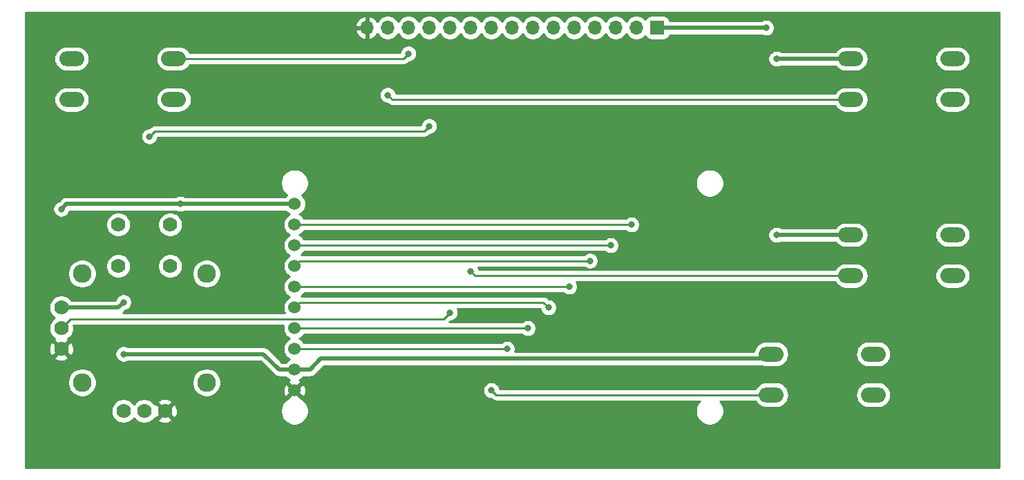
<source format=gbl>
%TF.GenerationSoftware,KiCad,Pcbnew,(5.1.9)-1*%
%TF.CreationDate,2022-04-18T12:46:42-05:00*%
%TF.ProjectId,Controllers,436f6e74-726f-46c6-9c65-72732e6b6963,rev?*%
%TF.SameCoordinates,Original*%
%TF.FileFunction,Copper,L2,Bot*%
%TF.FilePolarity,Positive*%
%FSLAX46Y46*%
G04 Gerber Fmt 4.6, Leading zero omitted, Abs format (unit mm)*
G04 Created by KiCad (PCBNEW (5.1.9)-1) date 2022-04-18 12:46:42*
%MOMM*%
%LPD*%
G01*
G04 APERTURE LIST*
%TA.AperFunction,ComponentPad*%
%ADD10C,1.778000*%
%TD*%
%TA.AperFunction,ComponentPad*%
%ADD11C,2.286000*%
%TD*%
%TA.AperFunction,ComponentPad*%
%ADD12R,1.700000X1.700000*%
%TD*%
%TA.AperFunction,ComponentPad*%
%ADD13O,1.700000X1.700000*%
%TD*%
%TA.AperFunction,ComponentPad*%
%ADD14C,1.524000*%
%TD*%
%TA.AperFunction,ComponentPad*%
%ADD15O,3.048000X1.850000*%
%TD*%
%TA.AperFunction,ViaPad*%
%ADD16C,0.800000*%
%TD*%
%TA.AperFunction,Conductor*%
%ADD17C,0.508000*%
%TD*%
%TA.AperFunction,Conductor*%
%ADD18C,0.250000*%
%TD*%
%TA.AperFunction,Conductor*%
%ADD19C,0.254000*%
%TD*%
%TA.AperFunction,Conductor*%
%ADD20C,0.100000*%
%TD*%
G04 APERTURE END LIST*
D10*
%TO.P,U1,V3*%
%TO.N,GND*%
X19050000Y-64135000D03*
%TO.P,U1,V2*%
%TO.N,/J_X*%
X19050000Y-61595000D03*
%TO.P,U1,V1*%
%TO.N,+3V3*%
X19050000Y-59055000D03*
D11*
%TO.P,U1,S4*%
%TO.N,Net-(U1-PadS1)*%
X36830000Y-54927500D03*
%TO.P,U1,S3*%
X36830000Y-68262500D03*
%TO.P,U1,S2*%
X21590000Y-68262500D03*
%TO.P,U1,S1*%
X21590000Y-54927500D03*
D10*
%TO.P,U1,H3*%
%TO.N,GND*%
X31750000Y-71755000D03*
%TO.P,U1,H2*%
%TO.N,/J_Y*%
X29210000Y-71755000D03*
%TO.P,U1,H1*%
%TO.N,+3V3*%
X26670000Y-71755000D03*
%TO.P,U1,B2B*%
%TO.N,N/C*%
X32385000Y-53975000D03*
%TO.P,U1,B2A*%
%TO.N,Net-(U1-PadB2A)*%
X26035000Y-53975000D03*
%TO.P,U1,B1B*%
%TO.N,N/C*%
X32385000Y-48895000D03*
%TO.P,U1,B1A*%
%TO.N,Net-(U1-PadB1A)*%
X26035000Y-48895000D03*
%TD*%
D12*
%TO.P,J1,1*%
%TO.N,+3V3*%
X92075000Y-24765000D03*
D13*
%TO.P,J1,2*%
%TO.N,/MISO*%
X89535000Y-24765000D03*
%TO.P,J1,3*%
%TO.N,/SCK*%
X86995000Y-24765000D03*
%TO.P,J1,4*%
%TO.N,/MOSI*%
X84455000Y-24765000D03*
%TO.P,J1,5*%
%TO.N,/TFT_CS*%
X81915000Y-24765000D03*
%TO.P,J1,6*%
%TO.N,/CARD_CS*%
X79375000Y-24765000D03*
%TO.P,J1,7*%
%TO.N,/D_C*%
X76835000Y-24765000D03*
%TO.P,J1,8*%
%TO.N,/RESET*%
X74295000Y-24765000D03*
%TO.P,J1,9*%
%TO.N,/A*%
X71755000Y-24765000D03*
%TO.P,J1,10*%
%TO.N,/B*%
X69215000Y-24765000D03*
%TO.P,J1,11*%
%TO.N,/J_X*%
X66675000Y-24765000D03*
%TO.P,J1,12*%
%TO.N,/J_Y*%
X64135000Y-24765000D03*
%TO.P,J1,13*%
%TO.N,/BL*%
X61595000Y-24765000D03*
%TO.P,J1,14*%
%TO.N,/BR*%
X59055000Y-24765000D03*
%TO.P,J1,15*%
%TO.N,GND*%
X56515000Y-24765000D03*
%TD*%
D14*
%TO.P,LCD1,10*%
%TO.N,GND*%
X47625000Y-69215000D03*
%TO.P,LCD1,9*%
%TO.N,+3V3*%
X47625000Y-66675000D03*
%TO.P,LCD1,8*%
%TO.N,/RESET*%
X47625000Y-64135000D03*
%TO.P,LCD1,7*%
%TO.N,/D_C*%
X47625000Y-61595000D03*
%TO.P,LCD1,6*%
%TO.N,/CARD_CS*%
X47625000Y-59055000D03*
%TO.P,LCD1,5*%
%TO.N,/TFT_CS*%
X47625000Y-56515000D03*
%TO.P,LCD1,4*%
%TO.N,/MOSI*%
X47625000Y-53975000D03*
%TO.P,LCD1,3*%
%TO.N,/SCK*%
X47625000Y-51435000D03*
%TO.P,LCD1,2*%
%TO.N,/MISO*%
X47625000Y-48895000D03*
%TO.P,LCD1,1*%
%TO.N,+3V3*%
X47625000Y-46355000D03*
%TD*%
D15*
%TO.P,SW1,1*%
%TO.N,+3V3*%
X118545000Y-64770000D03*
%TO.P,SW1,2*%
%TO.N,/A*%
X118545000Y-69770000D03*
%TO.P,SW1,1*%
%TO.N,+3V3*%
X106045000Y-64770000D03*
%TO.P,SW1,2*%
%TO.N,/A*%
X106045000Y-69770000D03*
%TD*%
%TO.P,SW2,1*%
%TO.N,+3V3*%
X20320000Y-33575000D03*
%TO.P,SW2,2*%
%TO.N,/BL*%
X20320000Y-28575000D03*
%TO.P,SW2,1*%
%TO.N,+3V3*%
X32820000Y-33575000D03*
%TO.P,SW2,2*%
%TO.N,/BL*%
X32820000Y-28575000D03*
%TD*%
%TO.P,SW3,2*%
%TO.N,/B*%
X115770000Y-55165000D03*
%TO.P,SW3,1*%
%TO.N,+3V3*%
X115770000Y-50165000D03*
%TO.P,SW3,2*%
%TO.N,/B*%
X128270000Y-55165000D03*
%TO.P,SW3,1*%
%TO.N,+3V3*%
X128270000Y-50165000D03*
%TD*%
%TO.P,SW4,2*%
%TO.N,/BR*%
X115770000Y-33575000D03*
%TO.P,SW4,1*%
%TO.N,+3V3*%
X115770000Y-28575000D03*
%TO.P,SW4,2*%
%TO.N,/BR*%
X128270000Y-33575000D03*
%TO.P,SW4,1*%
%TO.N,+3V3*%
X128270000Y-28575000D03*
%TD*%
D16*
%TO.N,+3V3*%
X33655000Y-46355000D03*
X19050000Y-46990000D03*
X26670000Y-58420000D03*
X26670000Y-64770000D03*
X106680000Y-50165000D03*
X106680000Y-28575000D03*
X105410000Y-24765000D03*
%TO.N,/MISO*%
X88900000Y-48895000D03*
%TO.N,/SCK*%
X86360000Y-51435000D03*
%TO.N,/MOSI*%
X83820000Y-53340000D03*
%TO.N,/TFT_CS*%
X81280000Y-56515000D03*
%TO.N,/CARD_CS*%
X78740000Y-59055000D03*
%TO.N,/D_C*%
X76200000Y-61595000D03*
%TO.N,/RESET*%
X73660000Y-64135000D03*
%TO.N,/A*%
X71755000Y-69215000D03*
%TO.N,/B*%
X69215000Y-54610000D03*
%TO.N,/J_X*%
X66675000Y-59690000D03*
%TO.N,/J_Y*%
X29845000Y-38100000D03*
X64135000Y-36830000D03*
%TO.N,/BL*%
X61595000Y-27940000D03*
%TO.N,/BR*%
X59055000Y-33020000D03*
%TD*%
D17*
%TO.N,+3V3*%
X33655000Y-46355000D02*
X47625000Y-46355000D01*
X19685000Y-46355000D02*
X19050000Y-46990000D01*
X33655000Y-46355000D02*
X19685000Y-46355000D01*
X19050000Y-59055000D02*
X26035000Y-59055000D01*
X26670000Y-64770000D02*
X43815000Y-64770000D01*
X45720000Y-66675000D02*
X47625000Y-66675000D01*
X43815000Y-64770000D02*
X45720000Y-66675000D01*
X105463999Y-65351001D02*
X50853999Y-65351001D01*
X106045000Y-64770000D02*
X105463999Y-65351001D01*
X49530000Y-66675000D02*
X47625000Y-66675000D01*
X50853999Y-65351001D02*
X49530000Y-66675000D01*
X106680000Y-28575000D02*
X115770000Y-28575000D01*
X105410000Y-24765000D02*
X92075000Y-24765000D01*
X106680000Y-50165000D02*
X115770000Y-50165000D01*
X26035000Y-59055000D02*
X26670000Y-58420000D01*
D18*
%TO.N,/MISO*%
X88900000Y-48895000D02*
X47625000Y-48895000D01*
%TO.N,/SCK*%
X86360000Y-51435000D02*
X47625000Y-51435000D01*
%TO.N,/MOSI*%
X83820000Y-53340000D02*
X48260000Y-53340000D01*
X48260000Y-53340000D02*
X47625000Y-53975000D01*
%TO.N,/TFT_CS*%
X81280000Y-56515000D02*
X47625000Y-56515000D01*
%TO.N,/CARD_CS*%
X78740000Y-59055000D02*
X78105000Y-58420000D01*
X48260000Y-58420000D02*
X47625000Y-59055000D01*
X78105000Y-58420000D02*
X48260000Y-58420000D01*
%TO.N,/D_C*%
X76200000Y-61595000D02*
X47625000Y-61595000D01*
%TO.N,/RESET*%
X73660000Y-64135000D02*
X47625000Y-64135000D01*
%TO.N,/A*%
X72310000Y-69770000D02*
X71755000Y-69215000D01*
X106045000Y-69770000D02*
X72310000Y-69770000D01*
%TO.N,/B*%
X69770000Y-55165000D02*
X69215000Y-54610000D01*
X115770000Y-55165000D02*
X69770000Y-55165000D01*
%TO.N,/J_X*%
X65857001Y-60507999D02*
X66675000Y-59690000D01*
X20137001Y-60507999D02*
X65857001Y-60507999D01*
X19050000Y-61595000D02*
X20137001Y-60507999D01*
%TO.N,/J_Y*%
X29845000Y-38100000D02*
X30480000Y-37465000D01*
X63500000Y-37465000D02*
X64135000Y-36830000D01*
X30480000Y-37465000D02*
X63500000Y-37465000D01*
%TO.N,/BL*%
X60960000Y-28575000D02*
X61595000Y-27940000D01*
X32820000Y-28575000D02*
X60960000Y-28575000D01*
%TO.N,/BR*%
X59610000Y-33575000D02*
X59055000Y-33020000D01*
X115770000Y-33575000D02*
X59610000Y-33575000D01*
%TD*%
D19*
%TO.N,GND*%
X133935001Y-78690000D02*
X14655000Y-78690000D01*
X14655000Y-71604899D01*
X25146000Y-71604899D01*
X25146000Y-71905101D01*
X25204566Y-72199534D01*
X25319449Y-72476885D01*
X25486232Y-72726493D01*
X25698507Y-72938768D01*
X25948115Y-73105551D01*
X26225466Y-73220434D01*
X26519899Y-73279000D01*
X26820101Y-73279000D01*
X27114534Y-73220434D01*
X27391885Y-73105551D01*
X27641493Y-72938768D01*
X27853768Y-72726493D01*
X27940000Y-72597438D01*
X28026232Y-72726493D01*
X28238507Y-72938768D01*
X28488115Y-73105551D01*
X28765466Y-73220434D01*
X29059899Y-73279000D01*
X29360101Y-73279000D01*
X29654534Y-73220434D01*
X29931885Y-73105551D01*
X30181493Y-72938768D01*
X30309030Y-72811231D01*
X30873374Y-72811231D01*
X30955727Y-73064289D01*
X31226418Y-73194086D01*
X31517230Y-73268580D01*
X31816988Y-73284908D01*
X32114171Y-73242443D01*
X32397359Y-73142816D01*
X32544273Y-73064289D01*
X32626626Y-72811231D01*
X31750000Y-71934605D01*
X30873374Y-72811231D01*
X30309030Y-72811231D01*
X30393768Y-72726493D01*
X30499417Y-72568378D01*
X30693769Y-72631626D01*
X31570395Y-71755000D01*
X31929605Y-71755000D01*
X32806231Y-72631626D01*
X33059289Y-72549273D01*
X33189086Y-72278582D01*
X33263580Y-71987770D01*
X33279908Y-71688012D01*
X33265063Y-71584117D01*
X45890000Y-71584117D01*
X45890000Y-71925883D01*
X45956675Y-72261081D01*
X46087463Y-72576831D01*
X46277337Y-72860998D01*
X46519002Y-73102663D01*
X46803169Y-73292537D01*
X47118919Y-73423325D01*
X47454117Y-73490000D01*
X47795883Y-73490000D01*
X48131081Y-73423325D01*
X48446831Y-73292537D01*
X48730998Y-73102663D01*
X48972663Y-72860998D01*
X49162537Y-72576831D01*
X49293325Y-72261081D01*
X49360000Y-71925883D01*
X49360000Y-71584117D01*
X49293325Y-71248919D01*
X49162537Y-70933169D01*
X48972663Y-70649002D01*
X48730998Y-70407337D01*
X48446831Y-70217463D01*
X48405448Y-70200322D01*
X48410960Y-70180565D01*
X47625000Y-69394605D01*
X46839040Y-70180565D01*
X46844552Y-70200322D01*
X46803169Y-70217463D01*
X46519002Y-70407337D01*
X46277337Y-70649002D01*
X46087463Y-70933169D01*
X45956675Y-71248919D01*
X45890000Y-71584117D01*
X33265063Y-71584117D01*
X33237443Y-71390829D01*
X33137816Y-71107641D01*
X33059289Y-70960727D01*
X32806231Y-70878374D01*
X31929605Y-71755000D01*
X31570395Y-71755000D01*
X30693769Y-70878374D01*
X30499417Y-70941622D01*
X30393768Y-70783507D01*
X30309030Y-70698769D01*
X30873374Y-70698769D01*
X31750000Y-71575395D01*
X32626626Y-70698769D01*
X32544273Y-70445711D01*
X32273582Y-70315914D01*
X31982770Y-70241420D01*
X31683012Y-70225092D01*
X31385829Y-70267557D01*
X31102641Y-70367184D01*
X30955727Y-70445711D01*
X30873374Y-70698769D01*
X30309030Y-70698769D01*
X30181493Y-70571232D01*
X29931885Y-70404449D01*
X29654534Y-70289566D01*
X29360101Y-70231000D01*
X29059899Y-70231000D01*
X28765466Y-70289566D01*
X28488115Y-70404449D01*
X28238507Y-70571232D01*
X28026232Y-70783507D01*
X27940000Y-70912562D01*
X27853768Y-70783507D01*
X27641493Y-70571232D01*
X27391885Y-70404449D01*
X27114534Y-70289566D01*
X26820101Y-70231000D01*
X26519899Y-70231000D01*
X26225466Y-70289566D01*
X25948115Y-70404449D01*
X25698507Y-70571232D01*
X25486232Y-70783507D01*
X25319449Y-71033115D01*
X25204566Y-71310466D01*
X25146000Y-71604899D01*
X14655000Y-71604899D01*
X14655000Y-68087382D01*
X19812000Y-68087382D01*
X19812000Y-68437618D01*
X19880328Y-68781123D01*
X20014357Y-69104699D01*
X20208937Y-69395909D01*
X20456591Y-69643563D01*
X20747801Y-69838143D01*
X21071377Y-69972172D01*
X21414882Y-70040500D01*
X21765118Y-70040500D01*
X22108623Y-69972172D01*
X22432199Y-69838143D01*
X22723409Y-69643563D01*
X22971063Y-69395909D01*
X23165643Y-69104699D01*
X23299672Y-68781123D01*
X23368000Y-68437618D01*
X23368000Y-68087382D01*
X35052000Y-68087382D01*
X35052000Y-68437618D01*
X35120328Y-68781123D01*
X35254357Y-69104699D01*
X35448937Y-69395909D01*
X35696591Y-69643563D01*
X35987801Y-69838143D01*
X36311377Y-69972172D01*
X36654882Y-70040500D01*
X37005118Y-70040500D01*
X37348623Y-69972172D01*
X37672199Y-69838143D01*
X37963409Y-69643563D01*
X38211063Y-69395909D01*
X38283822Y-69287017D01*
X46223090Y-69287017D01*
X46264078Y-69559133D01*
X46357364Y-69818023D01*
X46419344Y-69933980D01*
X46659435Y-70000960D01*
X47445395Y-69215000D01*
X47804605Y-69215000D01*
X48590565Y-70000960D01*
X48830656Y-69933980D01*
X48947756Y-69684952D01*
X49014023Y-69417865D01*
X49026910Y-69142983D01*
X49022403Y-69113061D01*
X70720000Y-69113061D01*
X70720000Y-69316939D01*
X70759774Y-69516898D01*
X70837795Y-69705256D01*
X70951063Y-69874774D01*
X71095226Y-70018937D01*
X71264744Y-70132205D01*
X71453102Y-70210226D01*
X71653061Y-70250000D01*
X71715198Y-70250000D01*
X71746200Y-70281002D01*
X71769999Y-70310001D01*
X71798997Y-70333799D01*
X71885724Y-70404974D01*
X72017753Y-70475546D01*
X72161014Y-70519003D01*
X72310000Y-70533677D01*
X72347333Y-70530000D01*
X97266339Y-70530000D01*
X97147337Y-70649002D01*
X96957463Y-70933169D01*
X96826675Y-71248919D01*
X96760000Y-71584117D01*
X96760000Y-71925883D01*
X96826675Y-72261081D01*
X96957463Y-72576831D01*
X97147337Y-72860998D01*
X97389002Y-73102663D01*
X97673169Y-73292537D01*
X97988919Y-73423325D01*
X98324117Y-73490000D01*
X98665883Y-73490000D01*
X99001081Y-73423325D01*
X99316831Y-73292537D01*
X99600998Y-73102663D01*
X99842663Y-72860998D01*
X100032537Y-72576831D01*
X100163325Y-72261081D01*
X100230000Y-71925883D01*
X100230000Y-71584117D01*
X100163325Y-71248919D01*
X100032537Y-70933169D01*
X99842663Y-70649002D01*
X99723661Y-70530000D01*
X104083363Y-70530000D01*
X104142631Y-70640883D01*
X104337576Y-70878424D01*
X104575117Y-71073369D01*
X104846125Y-71218226D01*
X105140187Y-71307428D01*
X105369364Y-71330000D01*
X106720636Y-71330000D01*
X106949813Y-71307428D01*
X107243875Y-71218226D01*
X107514883Y-71073369D01*
X107752424Y-70878424D01*
X107947369Y-70640883D01*
X108092226Y-70369875D01*
X108181428Y-70075813D01*
X108211548Y-69770000D01*
X116378452Y-69770000D01*
X116408572Y-70075813D01*
X116497774Y-70369875D01*
X116642631Y-70640883D01*
X116837576Y-70878424D01*
X117075117Y-71073369D01*
X117346125Y-71218226D01*
X117640187Y-71307428D01*
X117869364Y-71330000D01*
X119220636Y-71330000D01*
X119449813Y-71307428D01*
X119743875Y-71218226D01*
X120014883Y-71073369D01*
X120252424Y-70878424D01*
X120447369Y-70640883D01*
X120592226Y-70369875D01*
X120681428Y-70075813D01*
X120711548Y-69770000D01*
X120681428Y-69464187D01*
X120592226Y-69170125D01*
X120447369Y-68899117D01*
X120252424Y-68661576D01*
X120014883Y-68466631D01*
X119743875Y-68321774D01*
X119449813Y-68232572D01*
X119220636Y-68210000D01*
X117869364Y-68210000D01*
X117640187Y-68232572D01*
X117346125Y-68321774D01*
X117075117Y-68466631D01*
X116837576Y-68661576D01*
X116642631Y-68899117D01*
X116497774Y-69170125D01*
X116408572Y-69464187D01*
X116378452Y-69770000D01*
X108211548Y-69770000D01*
X108181428Y-69464187D01*
X108092226Y-69170125D01*
X107947369Y-68899117D01*
X107752424Y-68661576D01*
X107514883Y-68466631D01*
X107243875Y-68321774D01*
X106949813Y-68232572D01*
X106720636Y-68210000D01*
X105369364Y-68210000D01*
X105140187Y-68232572D01*
X104846125Y-68321774D01*
X104575117Y-68466631D01*
X104337576Y-68661576D01*
X104142631Y-68899117D01*
X104083363Y-69010000D01*
X72769500Y-69010000D01*
X72750226Y-68913102D01*
X72672205Y-68724744D01*
X72558937Y-68555226D01*
X72414774Y-68411063D01*
X72245256Y-68297795D01*
X72056898Y-68219774D01*
X71856939Y-68180000D01*
X71653061Y-68180000D01*
X71453102Y-68219774D01*
X71264744Y-68297795D01*
X71095226Y-68411063D01*
X70951063Y-68555226D01*
X70837795Y-68724744D01*
X70759774Y-68913102D01*
X70720000Y-69113061D01*
X49022403Y-69113061D01*
X48985922Y-68870867D01*
X48892636Y-68611977D01*
X48830656Y-68496020D01*
X48590565Y-68429040D01*
X47804605Y-69215000D01*
X47445395Y-69215000D01*
X46659435Y-68429040D01*
X46419344Y-68496020D01*
X46302244Y-68745048D01*
X46235977Y-69012135D01*
X46223090Y-69287017D01*
X38283822Y-69287017D01*
X38405643Y-69104699D01*
X38539672Y-68781123D01*
X38608000Y-68437618D01*
X38608000Y-68087382D01*
X38539672Y-67743877D01*
X38405643Y-67420301D01*
X38211063Y-67129091D01*
X37963409Y-66881437D01*
X37672199Y-66686857D01*
X37348623Y-66552828D01*
X37005118Y-66484500D01*
X36654882Y-66484500D01*
X36311377Y-66552828D01*
X35987801Y-66686857D01*
X35696591Y-66881437D01*
X35448937Y-67129091D01*
X35254357Y-67420301D01*
X35120328Y-67743877D01*
X35052000Y-68087382D01*
X23368000Y-68087382D01*
X23299672Y-67743877D01*
X23165643Y-67420301D01*
X22971063Y-67129091D01*
X22723409Y-66881437D01*
X22432199Y-66686857D01*
X22108623Y-66552828D01*
X21765118Y-66484500D01*
X21414882Y-66484500D01*
X21071377Y-66552828D01*
X20747801Y-66686857D01*
X20456591Y-66881437D01*
X20208937Y-67129091D01*
X20014357Y-67420301D01*
X19880328Y-67743877D01*
X19812000Y-68087382D01*
X14655000Y-68087382D01*
X14655000Y-65191231D01*
X18173374Y-65191231D01*
X18255727Y-65444289D01*
X18526418Y-65574086D01*
X18817230Y-65648580D01*
X19116988Y-65664908D01*
X19414171Y-65622443D01*
X19697359Y-65522816D01*
X19844273Y-65444289D01*
X19926626Y-65191231D01*
X19050000Y-64314605D01*
X18173374Y-65191231D01*
X14655000Y-65191231D01*
X14655000Y-64201988D01*
X17520092Y-64201988D01*
X17562557Y-64499171D01*
X17662184Y-64782359D01*
X17740711Y-64929273D01*
X17993769Y-65011626D01*
X18870395Y-64135000D01*
X19229605Y-64135000D01*
X20106231Y-65011626D01*
X20359289Y-64929273D01*
X20489086Y-64658582D01*
X20563580Y-64367770D01*
X20579908Y-64068012D01*
X20537443Y-63770829D01*
X20437816Y-63487641D01*
X20359289Y-63340727D01*
X20106231Y-63258374D01*
X19229605Y-64135000D01*
X18870395Y-64135000D01*
X17993769Y-63258374D01*
X17740711Y-63340727D01*
X17610914Y-63611418D01*
X17536420Y-63902230D01*
X17520092Y-64201988D01*
X14655000Y-64201988D01*
X14655000Y-58904899D01*
X17526000Y-58904899D01*
X17526000Y-59205101D01*
X17584566Y-59499534D01*
X17699449Y-59776885D01*
X17866232Y-60026493D01*
X18078507Y-60238768D01*
X18207562Y-60325000D01*
X18078507Y-60411232D01*
X17866232Y-60623507D01*
X17699449Y-60873115D01*
X17584566Y-61150466D01*
X17526000Y-61444899D01*
X17526000Y-61745101D01*
X17584566Y-62039534D01*
X17699449Y-62316885D01*
X17866232Y-62566493D01*
X18078507Y-62778768D01*
X18236622Y-62884417D01*
X18173374Y-63078769D01*
X19050000Y-63955395D01*
X19926626Y-63078769D01*
X19863378Y-62884417D01*
X20021493Y-62778768D01*
X20233768Y-62566493D01*
X20400551Y-62316885D01*
X20515434Y-62039534D01*
X20574000Y-61745101D01*
X20574000Y-61444899D01*
X20538813Y-61267999D01*
X46265676Y-61267999D01*
X46228000Y-61457408D01*
X46228000Y-61732592D01*
X46281686Y-62002490D01*
X46386995Y-62256727D01*
X46539880Y-62485535D01*
X46734465Y-62680120D01*
X46963273Y-62833005D01*
X47040515Y-62865000D01*
X46963273Y-62896995D01*
X46734465Y-63049880D01*
X46539880Y-63244465D01*
X46386995Y-63473273D01*
X46281686Y-63727510D01*
X46228000Y-63997408D01*
X46228000Y-64272592D01*
X46281686Y-64542490D01*
X46386995Y-64796727D01*
X46539880Y-65025535D01*
X46734465Y-65220120D01*
X46963273Y-65373005D01*
X47040515Y-65405000D01*
X46963273Y-65436995D01*
X46734465Y-65589880D01*
X46539880Y-65784465D01*
X46538854Y-65786000D01*
X46088236Y-65786000D01*
X44474499Y-64172264D01*
X44446659Y-64138341D01*
X44311291Y-64027247D01*
X44156851Y-63944697D01*
X43989274Y-63893864D01*
X43858667Y-63881000D01*
X43858660Y-63881000D01*
X43815000Y-63876700D01*
X43771340Y-63881000D01*
X27202468Y-63881000D01*
X27160256Y-63852795D01*
X26971898Y-63774774D01*
X26771939Y-63735000D01*
X26568061Y-63735000D01*
X26368102Y-63774774D01*
X26179744Y-63852795D01*
X26010226Y-63966063D01*
X25866063Y-64110226D01*
X25752795Y-64279744D01*
X25674774Y-64468102D01*
X25635000Y-64668061D01*
X25635000Y-64871939D01*
X25674774Y-65071898D01*
X25752795Y-65260256D01*
X25866063Y-65429774D01*
X26010226Y-65573937D01*
X26179744Y-65687205D01*
X26368102Y-65765226D01*
X26568061Y-65805000D01*
X26771939Y-65805000D01*
X26971898Y-65765226D01*
X27160256Y-65687205D01*
X27202468Y-65659000D01*
X43446765Y-65659000D01*
X45060506Y-67272742D01*
X45088341Y-67306659D01*
X45223709Y-67417753D01*
X45378149Y-67500303D01*
X45472758Y-67529002D01*
X45545725Y-67551136D01*
X45562325Y-67552771D01*
X45676333Y-67564000D01*
X45676340Y-67564000D01*
X45720000Y-67568300D01*
X45763660Y-67564000D01*
X46538854Y-67564000D01*
X46539880Y-67565535D01*
X46734465Y-67760120D01*
X46963273Y-67913005D01*
X47034943Y-67942692D01*
X47021977Y-67947364D01*
X46906020Y-68009344D01*
X46839040Y-68249435D01*
X47625000Y-69035395D01*
X48410960Y-68249435D01*
X48343980Y-68009344D01*
X48208240Y-67945515D01*
X48286727Y-67913005D01*
X48515535Y-67760120D01*
X48710120Y-67565535D01*
X48711146Y-67564000D01*
X49486340Y-67564000D01*
X49530000Y-67568300D01*
X49573660Y-67564000D01*
X49573667Y-67564000D01*
X49704274Y-67551136D01*
X49871851Y-67500303D01*
X50026291Y-67417753D01*
X50161659Y-67306659D01*
X50189499Y-67272736D01*
X51222234Y-66240001D01*
X104917908Y-66240001D01*
X105140187Y-66307428D01*
X105369364Y-66330000D01*
X106720636Y-66330000D01*
X106949813Y-66307428D01*
X107243875Y-66218226D01*
X107514883Y-66073369D01*
X107752424Y-65878424D01*
X107947369Y-65640883D01*
X108092226Y-65369875D01*
X108181428Y-65075813D01*
X108211548Y-64770000D01*
X116378452Y-64770000D01*
X116408572Y-65075813D01*
X116497774Y-65369875D01*
X116642631Y-65640883D01*
X116837576Y-65878424D01*
X117075117Y-66073369D01*
X117346125Y-66218226D01*
X117640187Y-66307428D01*
X117869364Y-66330000D01*
X119220636Y-66330000D01*
X119449813Y-66307428D01*
X119743875Y-66218226D01*
X120014883Y-66073369D01*
X120252424Y-65878424D01*
X120447369Y-65640883D01*
X120592226Y-65369875D01*
X120681428Y-65075813D01*
X120711548Y-64770000D01*
X120681428Y-64464187D01*
X120592226Y-64170125D01*
X120447369Y-63899117D01*
X120252424Y-63661576D01*
X120014883Y-63466631D01*
X119743875Y-63321774D01*
X119449813Y-63232572D01*
X119220636Y-63210000D01*
X117869364Y-63210000D01*
X117640187Y-63232572D01*
X117346125Y-63321774D01*
X117075117Y-63466631D01*
X116837576Y-63661576D01*
X116642631Y-63899117D01*
X116497774Y-64170125D01*
X116408572Y-64464187D01*
X116378452Y-64770000D01*
X108211548Y-64770000D01*
X108181428Y-64464187D01*
X108092226Y-64170125D01*
X107947369Y-63899117D01*
X107752424Y-63661576D01*
X107514883Y-63466631D01*
X107243875Y-63321774D01*
X106949813Y-63232572D01*
X106720636Y-63210000D01*
X105369364Y-63210000D01*
X105140187Y-63232572D01*
X104846125Y-63321774D01*
X104575117Y-63466631D01*
X104337576Y-63661576D01*
X104142631Y-63899117D01*
X103997774Y-64170125D01*
X103909235Y-64462001D01*
X74644828Y-64462001D01*
X74655226Y-64436898D01*
X74695000Y-64236939D01*
X74695000Y-64033061D01*
X74655226Y-63833102D01*
X74577205Y-63644744D01*
X74463937Y-63475226D01*
X74319774Y-63331063D01*
X74150256Y-63217795D01*
X73961898Y-63139774D01*
X73761939Y-63100000D01*
X73558061Y-63100000D01*
X73358102Y-63139774D01*
X73169744Y-63217795D01*
X73000226Y-63331063D01*
X72956289Y-63375000D01*
X48797341Y-63375000D01*
X48710120Y-63244465D01*
X48515535Y-63049880D01*
X48286727Y-62896995D01*
X48209485Y-62865000D01*
X48286727Y-62833005D01*
X48515535Y-62680120D01*
X48710120Y-62485535D01*
X48797341Y-62355000D01*
X75496289Y-62355000D01*
X75540226Y-62398937D01*
X75709744Y-62512205D01*
X75898102Y-62590226D01*
X76098061Y-62630000D01*
X76301939Y-62630000D01*
X76501898Y-62590226D01*
X76690256Y-62512205D01*
X76859774Y-62398937D01*
X77003937Y-62254774D01*
X77117205Y-62085256D01*
X77195226Y-61896898D01*
X77235000Y-61696939D01*
X77235000Y-61493061D01*
X77195226Y-61293102D01*
X77117205Y-61104744D01*
X77003937Y-60935226D01*
X76859774Y-60791063D01*
X76690256Y-60677795D01*
X76501898Y-60599774D01*
X76301939Y-60560000D01*
X76098061Y-60560000D01*
X75898102Y-60599774D01*
X75709744Y-60677795D01*
X75540226Y-60791063D01*
X75496289Y-60835000D01*
X66604801Y-60835000D01*
X66714801Y-60725000D01*
X66776939Y-60725000D01*
X66976898Y-60685226D01*
X67165256Y-60607205D01*
X67334774Y-60493937D01*
X67478937Y-60349774D01*
X67592205Y-60180256D01*
X67670226Y-59991898D01*
X67710000Y-59791939D01*
X67710000Y-59588061D01*
X67670226Y-59388102D01*
X67592205Y-59199744D01*
X67579013Y-59180000D01*
X77709587Y-59180000D01*
X77744774Y-59356898D01*
X77822795Y-59545256D01*
X77936063Y-59714774D01*
X78080226Y-59858937D01*
X78249744Y-59972205D01*
X78438102Y-60050226D01*
X78638061Y-60090000D01*
X78841939Y-60090000D01*
X79041898Y-60050226D01*
X79230256Y-59972205D01*
X79399774Y-59858937D01*
X79543937Y-59714774D01*
X79657205Y-59545256D01*
X79735226Y-59356898D01*
X79775000Y-59156939D01*
X79775000Y-58953061D01*
X79735226Y-58753102D01*
X79657205Y-58564744D01*
X79543937Y-58395226D01*
X79399774Y-58251063D01*
X79230256Y-58137795D01*
X79041898Y-58059774D01*
X78841939Y-58020000D01*
X78779801Y-58020000D01*
X78668803Y-57909002D01*
X78645001Y-57879999D01*
X78529276Y-57785026D01*
X78397247Y-57714454D01*
X78253986Y-57670997D01*
X78142333Y-57660000D01*
X78142322Y-57660000D01*
X78105000Y-57656324D01*
X78067678Y-57660000D01*
X48425918Y-57660000D01*
X48515535Y-57600120D01*
X48710120Y-57405535D01*
X48797341Y-57275000D01*
X80576289Y-57275000D01*
X80620226Y-57318937D01*
X80789744Y-57432205D01*
X80978102Y-57510226D01*
X81178061Y-57550000D01*
X81381939Y-57550000D01*
X81581898Y-57510226D01*
X81770256Y-57432205D01*
X81939774Y-57318937D01*
X82083937Y-57174774D01*
X82197205Y-57005256D01*
X82275226Y-56816898D01*
X82315000Y-56616939D01*
X82315000Y-56413061D01*
X82275226Y-56213102D01*
X82197205Y-56024744D01*
X82130558Y-55925000D01*
X113808363Y-55925000D01*
X113867631Y-56035883D01*
X114062576Y-56273424D01*
X114300117Y-56468369D01*
X114571125Y-56613226D01*
X114865187Y-56702428D01*
X115094364Y-56725000D01*
X116445636Y-56725000D01*
X116674813Y-56702428D01*
X116968875Y-56613226D01*
X117239883Y-56468369D01*
X117477424Y-56273424D01*
X117672369Y-56035883D01*
X117817226Y-55764875D01*
X117906428Y-55470813D01*
X117936548Y-55165000D01*
X126103452Y-55165000D01*
X126133572Y-55470813D01*
X126222774Y-55764875D01*
X126367631Y-56035883D01*
X126562576Y-56273424D01*
X126800117Y-56468369D01*
X127071125Y-56613226D01*
X127365187Y-56702428D01*
X127594364Y-56725000D01*
X128945636Y-56725000D01*
X129174813Y-56702428D01*
X129468875Y-56613226D01*
X129739883Y-56468369D01*
X129977424Y-56273424D01*
X130172369Y-56035883D01*
X130317226Y-55764875D01*
X130406428Y-55470813D01*
X130436548Y-55165000D01*
X130406428Y-54859187D01*
X130317226Y-54565125D01*
X130172369Y-54294117D01*
X129977424Y-54056576D01*
X129739883Y-53861631D01*
X129468875Y-53716774D01*
X129174813Y-53627572D01*
X128945636Y-53605000D01*
X127594364Y-53605000D01*
X127365187Y-53627572D01*
X127071125Y-53716774D01*
X126800117Y-53861631D01*
X126562576Y-54056576D01*
X126367631Y-54294117D01*
X126222774Y-54565125D01*
X126133572Y-54859187D01*
X126103452Y-55165000D01*
X117936548Y-55165000D01*
X117906428Y-54859187D01*
X117817226Y-54565125D01*
X117672369Y-54294117D01*
X117477424Y-54056576D01*
X117239883Y-53861631D01*
X116968875Y-53716774D01*
X116674813Y-53627572D01*
X116445636Y-53605000D01*
X115094364Y-53605000D01*
X114865187Y-53627572D01*
X114571125Y-53716774D01*
X114300117Y-53861631D01*
X114062576Y-54056576D01*
X113867631Y-54294117D01*
X113808363Y-54405000D01*
X70229500Y-54405000D01*
X70210226Y-54308102D01*
X70132205Y-54119744D01*
X70119013Y-54100000D01*
X83116289Y-54100000D01*
X83160226Y-54143937D01*
X83329744Y-54257205D01*
X83518102Y-54335226D01*
X83718061Y-54375000D01*
X83921939Y-54375000D01*
X84121898Y-54335226D01*
X84310256Y-54257205D01*
X84479774Y-54143937D01*
X84623937Y-53999774D01*
X84737205Y-53830256D01*
X84815226Y-53641898D01*
X84855000Y-53441939D01*
X84855000Y-53238061D01*
X84815226Y-53038102D01*
X84737205Y-52849744D01*
X84623937Y-52680226D01*
X84479774Y-52536063D01*
X84310256Y-52422795D01*
X84121898Y-52344774D01*
X83921939Y-52305000D01*
X83718061Y-52305000D01*
X83518102Y-52344774D01*
X83329744Y-52422795D01*
X83160226Y-52536063D01*
X83116289Y-52580000D01*
X48425918Y-52580000D01*
X48515535Y-52520120D01*
X48710120Y-52325535D01*
X48797341Y-52195000D01*
X85656289Y-52195000D01*
X85700226Y-52238937D01*
X85869744Y-52352205D01*
X86058102Y-52430226D01*
X86258061Y-52470000D01*
X86461939Y-52470000D01*
X86661898Y-52430226D01*
X86850256Y-52352205D01*
X87019774Y-52238937D01*
X87163937Y-52094774D01*
X87277205Y-51925256D01*
X87355226Y-51736898D01*
X87395000Y-51536939D01*
X87395000Y-51333061D01*
X87355226Y-51133102D01*
X87277205Y-50944744D01*
X87163937Y-50775226D01*
X87019774Y-50631063D01*
X86850256Y-50517795D01*
X86661898Y-50439774D01*
X86461939Y-50400000D01*
X86258061Y-50400000D01*
X86058102Y-50439774D01*
X85869744Y-50517795D01*
X85700226Y-50631063D01*
X85656289Y-50675000D01*
X48797341Y-50675000D01*
X48710120Y-50544465D01*
X48515535Y-50349880D01*
X48286727Y-50196995D01*
X48209485Y-50165000D01*
X48286727Y-50133005D01*
X48391405Y-50063061D01*
X105645000Y-50063061D01*
X105645000Y-50266939D01*
X105684774Y-50466898D01*
X105762795Y-50655256D01*
X105876063Y-50824774D01*
X106020226Y-50968937D01*
X106189744Y-51082205D01*
X106378102Y-51160226D01*
X106578061Y-51200000D01*
X106781939Y-51200000D01*
X106981898Y-51160226D01*
X107170256Y-51082205D01*
X107212468Y-51054000D01*
X113882499Y-51054000D01*
X114062576Y-51273424D01*
X114300117Y-51468369D01*
X114571125Y-51613226D01*
X114865187Y-51702428D01*
X115094364Y-51725000D01*
X116445636Y-51725000D01*
X116674813Y-51702428D01*
X116968875Y-51613226D01*
X117239883Y-51468369D01*
X117477424Y-51273424D01*
X117672369Y-51035883D01*
X117817226Y-50764875D01*
X117906428Y-50470813D01*
X117936548Y-50165000D01*
X126103452Y-50165000D01*
X126133572Y-50470813D01*
X126222774Y-50764875D01*
X126367631Y-51035883D01*
X126562576Y-51273424D01*
X126800117Y-51468369D01*
X127071125Y-51613226D01*
X127365187Y-51702428D01*
X127594364Y-51725000D01*
X128945636Y-51725000D01*
X129174813Y-51702428D01*
X129468875Y-51613226D01*
X129739883Y-51468369D01*
X129977424Y-51273424D01*
X130172369Y-51035883D01*
X130317226Y-50764875D01*
X130406428Y-50470813D01*
X130436548Y-50165000D01*
X130406428Y-49859187D01*
X130317226Y-49565125D01*
X130172369Y-49294117D01*
X129977424Y-49056576D01*
X129739883Y-48861631D01*
X129468875Y-48716774D01*
X129174813Y-48627572D01*
X128945636Y-48605000D01*
X127594364Y-48605000D01*
X127365187Y-48627572D01*
X127071125Y-48716774D01*
X126800117Y-48861631D01*
X126562576Y-49056576D01*
X126367631Y-49294117D01*
X126222774Y-49565125D01*
X126133572Y-49859187D01*
X126103452Y-50165000D01*
X117936548Y-50165000D01*
X117906428Y-49859187D01*
X117817226Y-49565125D01*
X117672369Y-49294117D01*
X117477424Y-49056576D01*
X117239883Y-48861631D01*
X116968875Y-48716774D01*
X116674813Y-48627572D01*
X116445636Y-48605000D01*
X115094364Y-48605000D01*
X114865187Y-48627572D01*
X114571125Y-48716774D01*
X114300117Y-48861631D01*
X114062576Y-49056576D01*
X113882499Y-49276000D01*
X107212468Y-49276000D01*
X107170256Y-49247795D01*
X106981898Y-49169774D01*
X106781939Y-49130000D01*
X106578061Y-49130000D01*
X106378102Y-49169774D01*
X106189744Y-49247795D01*
X106020226Y-49361063D01*
X105876063Y-49505226D01*
X105762795Y-49674744D01*
X105684774Y-49863102D01*
X105645000Y-50063061D01*
X48391405Y-50063061D01*
X48515535Y-49980120D01*
X48710120Y-49785535D01*
X48797341Y-49655000D01*
X88196289Y-49655000D01*
X88240226Y-49698937D01*
X88409744Y-49812205D01*
X88598102Y-49890226D01*
X88798061Y-49930000D01*
X89001939Y-49930000D01*
X89201898Y-49890226D01*
X89390256Y-49812205D01*
X89559774Y-49698937D01*
X89703937Y-49554774D01*
X89817205Y-49385256D01*
X89895226Y-49196898D01*
X89935000Y-48996939D01*
X89935000Y-48793061D01*
X89895226Y-48593102D01*
X89817205Y-48404744D01*
X89703937Y-48235226D01*
X89559774Y-48091063D01*
X89390256Y-47977795D01*
X89201898Y-47899774D01*
X89001939Y-47860000D01*
X88798061Y-47860000D01*
X88598102Y-47899774D01*
X88409744Y-47977795D01*
X88240226Y-48091063D01*
X88196289Y-48135000D01*
X48797341Y-48135000D01*
X48710120Y-48004465D01*
X48515535Y-47809880D01*
X48286727Y-47656995D01*
X48209485Y-47625000D01*
X48286727Y-47593005D01*
X48515535Y-47440120D01*
X48710120Y-47245535D01*
X48863005Y-47016727D01*
X48968314Y-46762490D01*
X49022000Y-46492592D01*
X49022000Y-46217408D01*
X48968314Y-45947510D01*
X48863005Y-45693273D01*
X48710120Y-45464465D01*
X48537565Y-45291910D01*
X48730998Y-45162663D01*
X48972663Y-44920998D01*
X49162537Y-44636831D01*
X49293325Y-44321081D01*
X49360000Y-43985883D01*
X49360000Y-43644117D01*
X96760000Y-43644117D01*
X96760000Y-43985883D01*
X96826675Y-44321081D01*
X96957463Y-44636831D01*
X97147337Y-44920998D01*
X97389002Y-45162663D01*
X97673169Y-45352537D01*
X97988919Y-45483325D01*
X98324117Y-45550000D01*
X98665883Y-45550000D01*
X99001081Y-45483325D01*
X99316831Y-45352537D01*
X99600998Y-45162663D01*
X99842663Y-44920998D01*
X100032537Y-44636831D01*
X100163325Y-44321081D01*
X100230000Y-43985883D01*
X100230000Y-43644117D01*
X100163325Y-43308919D01*
X100032537Y-42993169D01*
X99842663Y-42709002D01*
X99600998Y-42467337D01*
X99316831Y-42277463D01*
X99001081Y-42146675D01*
X98665883Y-42080000D01*
X98324117Y-42080000D01*
X97988919Y-42146675D01*
X97673169Y-42277463D01*
X97389002Y-42467337D01*
X97147337Y-42709002D01*
X96957463Y-42993169D01*
X96826675Y-43308919D01*
X96760000Y-43644117D01*
X49360000Y-43644117D01*
X49293325Y-43308919D01*
X49162537Y-42993169D01*
X48972663Y-42709002D01*
X48730998Y-42467337D01*
X48446831Y-42277463D01*
X48131081Y-42146675D01*
X47795883Y-42080000D01*
X47454117Y-42080000D01*
X47118919Y-42146675D01*
X46803169Y-42277463D01*
X46519002Y-42467337D01*
X46277337Y-42709002D01*
X46087463Y-42993169D01*
X45956675Y-43308919D01*
X45890000Y-43644117D01*
X45890000Y-43985883D01*
X45956675Y-44321081D01*
X46087463Y-44636831D01*
X46277337Y-44920998D01*
X46519002Y-45162663D01*
X46712435Y-45291910D01*
X46539880Y-45464465D01*
X46538854Y-45466000D01*
X34187468Y-45466000D01*
X34145256Y-45437795D01*
X33956898Y-45359774D01*
X33756939Y-45320000D01*
X33553061Y-45320000D01*
X33353102Y-45359774D01*
X33164744Y-45437795D01*
X33122532Y-45466000D01*
X19728660Y-45466000D01*
X19685000Y-45461700D01*
X19641340Y-45466000D01*
X19641333Y-45466000D01*
X19527325Y-45477229D01*
X19510725Y-45478864D01*
X19459892Y-45494284D01*
X19343149Y-45529697D01*
X19188709Y-45612247D01*
X19053341Y-45723341D01*
X19025505Y-45757259D01*
X18797895Y-45984870D01*
X18748102Y-45994774D01*
X18559744Y-46072795D01*
X18390226Y-46186063D01*
X18246063Y-46330226D01*
X18132795Y-46499744D01*
X18054774Y-46688102D01*
X18015000Y-46888061D01*
X18015000Y-47091939D01*
X18054774Y-47291898D01*
X18132795Y-47480256D01*
X18246063Y-47649774D01*
X18390226Y-47793937D01*
X18559744Y-47907205D01*
X18748102Y-47985226D01*
X18948061Y-48025000D01*
X19151939Y-48025000D01*
X19351898Y-47985226D01*
X19540256Y-47907205D01*
X19709774Y-47793937D01*
X19853937Y-47649774D01*
X19967205Y-47480256D01*
X20045226Y-47291898D01*
X20054753Y-47244000D01*
X33122532Y-47244000D01*
X33164744Y-47272205D01*
X33353102Y-47350226D01*
X33553061Y-47390000D01*
X33756939Y-47390000D01*
X33956898Y-47350226D01*
X34145256Y-47272205D01*
X34187468Y-47244000D01*
X46538854Y-47244000D01*
X46539880Y-47245535D01*
X46734465Y-47440120D01*
X46963273Y-47593005D01*
X47040515Y-47625000D01*
X46963273Y-47656995D01*
X46734465Y-47809880D01*
X46539880Y-48004465D01*
X46386995Y-48233273D01*
X46281686Y-48487510D01*
X46228000Y-48757408D01*
X46228000Y-49032592D01*
X46281686Y-49302490D01*
X46386995Y-49556727D01*
X46539880Y-49785535D01*
X46734465Y-49980120D01*
X46963273Y-50133005D01*
X47040515Y-50165000D01*
X46963273Y-50196995D01*
X46734465Y-50349880D01*
X46539880Y-50544465D01*
X46386995Y-50773273D01*
X46281686Y-51027510D01*
X46228000Y-51297408D01*
X46228000Y-51572592D01*
X46281686Y-51842490D01*
X46386995Y-52096727D01*
X46539880Y-52325535D01*
X46734465Y-52520120D01*
X46963273Y-52673005D01*
X47040515Y-52705000D01*
X46963273Y-52736995D01*
X46734465Y-52889880D01*
X46539880Y-53084465D01*
X46386995Y-53313273D01*
X46281686Y-53567510D01*
X46228000Y-53837408D01*
X46228000Y-54112592D01*
X46281686Y-54382490D01*
X46386995Y-54636727D01*
X46539880Y-54865535D01*
X46734465Y-55060120D01*
X46963273Y-55213005D01*
X47040515Y-55245000D01*
X46963273Y-55276995D01*
X46734465Y-55429880D01*
X46539880Y-55624465D01*
X46386995Y-55853273D01*
X46281686Y-56107510D01*
X46228000Y-56377408D01*
X46228000Y-56652592D01*
X46281686Y-56922490D01*
X46386995Y-57176727D01*
X46539880Y-57405535D01*
X46734465Y-57600120D01*
X46963273Y-57753005D01*
X47040515Y-57785000D01*
X46963273Y-57816995D01*
X46734465Y-57969880D01*
X46539880Y-58164465D01*
X46386995Y-58393273D01*
X46281686Y-58647510D01*
X46228000Y-58917408D01*
X46228000Y-59192592D01*
X46281686Y-59462490D01*
X46386995Y-59716727D01*
X46407890Y-59747999D01*
X26591916Y-59747999D01*
X26666659Y-59686659D01*
X26694498Y-59652737D01*
X26922105Y-59425130D01*
X26971898Y-59415226D01*
X27160256Y-59337205D01*
X27329774Y-59223937D01*
X27473937Y-59079774D01*
X27587205Y-58910256D01*
X27665226Y-58721898D01*
X27705000Y-58521939D01*
X27705000Y-58318061D01*
X27665226Y-58118102D01*
X27587205Y-57929744D01*
X27473937Y-57760226D01*
X27329774Y-57616063D01*
X27160256Y-57502795D01*
X26971898Y-57424774D01*
X26771939Y-57385000D01*
X26568061Y-57385000D01*
X26368102Y-57424774D01*
X26179744Y-57502795D01*
X26010226Y-57616063D01*
X25866063Y-57760226D01*
X25752795Y-57929744D01*
X25674774Y-58118102D01*
X25665247Y-58166000D01*
X20288888Y-58166000D01*
X20233768Y-58083507D01*
X20021493Y-57871232D01*
X19771885Y-57704449D01*
X19494534Y-57589566D01*
X19200101Y-57531000D01*
X18899899Y-57531000D01*
X18605466Y-57589566D01*
X18328115Y-57704449D01*
X18078507Y-57871232D01*
X17866232Y-58083507D01*
X17699449Y-58333115D01*
X17584566Y-58610466D01*
X17526000Y-58904899D01*
X14655000Y-58904899D01*
X14655000Y-54752382D01*
X19812000Y-54752382D01*
X19812000Y-55102618D01*
X19880328Y-55446123D01*
X20014357Y-55769699D01*
X20208937Y-56060909D01*
X20456591Y-56308563D01*
X20747801Y-56503143D01*
X21071377Y-56637172D01*
X21414882Y-56705500D01*
X21765118Y-56705500D01*
X22108623Y-56637172D01*
X22432199Y-56503143D01*
X22723409Y-56308563D01*
X22971063Y-56060909D01*
X23165643Y-55769699D01*
X23299672Y-55446123D01*
X23368000Y-55102618D01*
X23368000Y-54752382D01*
X23299672Y-54408877D01*
X23165643Y-54085301D01*
X22991649Y-53824899D01*
X24511000Y-53824899D01*
X24511000Y-54125101D01*
X24569566Y-54419534D01*
X24684449Y-54696885D01*
X24851232Y-54946493D01*
X25063507Y-55158768D01*
X25313115Y-55325551D01*
X25590466Y-55440434D01*
X25884899Y-55499000D01*
X26185101Y-55499000D01*
X26479534Y-55440434D01*
X26756885Y-55325551D01*
X27006493Y-55158768D01*
X27218768Y-54946493D01*
X27385551Y-54696885D01*
X27500434Y-54419534D01*
X27559000Y-54125101D01*
X27559000Y-53824899D01*
X30861000Y-53824899D01*
X30861000Y-54125101D01*
X30919566Y-54419534D01*
X31034449Y-54696885D01*
X31201232Y-54946493D01*
X31413507Y-55158768D01*
X31663115Y-55325551D01*
X31940466Y-55440434D01*
X32234899Y-55499000D01*
X32535101Y-55499000D01*
X32829534Y-55440434D01*
X33106885Y-55325551D01*
X33356493Y-55158768D01*
X33568768Y-54946493D01*
X33698469Y-54752382D01*
X35052000Y-54752382D01*
X35052000Y-55102618D01*
X35120328Y-55446123D01*
X35254357Y-55769699D01*
X35448937Y-56060909D01*
X35696591Y-56308563D01*
X35987801Y-56503143D01*
X36311377Y-56637172D01*
X36654882Y-56705500D01*
X37005118Y-56705500D01*
X37348623Y-56637172D01*
X37672199Y-56503143D01*
X37963409Y-56308563D01*
X38211063Y-56060909D01*
X38405643Y-55769699D01*
X38539672Y-55446123D01*
X38608000Y-55102618D01*
X38608000Y-54752382D01*
X38539672Y-54408877D01*
X38405643Y-54085301D01*
X38211063Y-53794091D01*
X37963409Y-53546437D01*
X37672199Y-53351857D01*
X37348623Y-53217828D01*
X37005118Y-53149500D01*
X36654882Y-53149500D01*
X36311377Y-53217828D01*
X35987801Y-53351857D01*
X35696591Y-53546437D01*
X35448937Y-53794091D01*
X35254357Y-54085301D01*
X35120328Y-54408877D01*
X35052000Y-54752382D01*
X33698469Y-54752382D01*
X33735551Y-54696885D01*
X33850434Y-54419534D01*
X33909000Y-54125101D01*
X33909000Y-53824899D01*
X33850434Y-53530466D01*
X33735551Y-53253115D01*
X33568768Y-53003507D01*
X33356493Y-52791232D01*
X33106885Y-52624449D01*
X32829534Y-52509566D01*
X32535101Y-52451000D01*
X32234899Y-52451000D01*
X31940466Y-52509566D01*
X31663115Y-52624449D01*
X31413507Y-52791232D01*
X31201232Y-53003507D01*
X31034449Y-53253115D01*
X30919566Y-53530466D01*
X30861000Y-53824899D01*
X27559000Y-53824899D01*
X27500434Y-53530466D01*
X27385551Y-53253115D01*
X27218768Y-53003507D01*
X27006493Y-52791232D01*
X26756885Y-52624449D01*
X26479534Y-52509566D01*
X26185101Y-52451000D01*
X25884899Y-52451000D01*
X25590466Y-52509566D01*
X25313115Y-52624449D01*
X25063507Y-52791232D01*
X24851232Y-53003507D01*
X24684449Y-53253115D01*
X24569566Y-53530466D01*
X24511000Y-53824899D01*
X22991649Y-53824899D01*
X22971063Y-53794091D01*
X22723409Y-53546437D01*
X22432199Y-53351857D01*
X22108623Y-53217828D01*
X21765118Y-53149500D01*
X21414882Y-53149500D01*
X21071377Y-53217828D01*
X20747801Y-53351857D01*
X20456591Y-53546437D01*
X20208937Y-53794091D01*
X20014357Y-54085301D01*
X19880328Y-54408877D01*
X19812000Y-54752382D01*
X14655000Y-54752382D01*
X14655000Y-48744899D01*
X24511000Y-48744899D01*
X24511000Y-49045101D01*
X24569566Y-49339534D01*
X24684449Y-49616885D01*
X24851232Y-49866493D01*
X25063507Y-50078768D01*
X25313115Y-50245551D01*
X25590466Y-50360434D01*
X25884899Y-50419000D01*
X26185101Y-50419000D01*
X26479534Y-50360434D01*
X26756885Y-50245551D01*
X27006493Y-50078768D01*
X27218768Y-49866493D01*
X27385551Y-49616885D01*
X27500434Y-49339534D01*
X27559000Y-49045101D01*
X27559000Y-48744899D01*
X30861000Y-48744899D01*
X30861000Y-49045101D01*
X30919566Y-49339534D01*
X31034449Y-49616885D01*
X31201232Y-49866493D01*
X31413507Y-50078768D01*
X31663115Y-50245551D01*
X31940466Y-50360434D01*
X32234899Y-50419000D01*
X32535101Y-50419000D01*
X32829534Y-50360434D01*
X33106885Y-50245551D01*
X33356493Y-50078768D01*
X33568768Y-49866493D01*
X33735551Y-49616885D01*
X33850434Y-49339534D01*
X33909000Y-49045101D01*
X33909000Y-48744899D01*
X33850434Y-48450466D01*
X33735551Y-48173115D01*
X33568768Y-47923507D01*
X33356493Y-47711232D01*
X33106885Y-47544449D01*
X32829534Y-47429566D01*
X32535101Y-47371000D01*
X32234899Y-47371000D01*
X31940466Y-47429566D01*
X31663115Y-47544449D01*
X31413507Y-47711232D01*
X31201232Y-47923507D01*
X31034449Y-48173115D01*
X30919566Y-48450466D01*
X30861000Y-48744899D01*
X27559000Y-48744899D01*
X27500434Y-48450466D01*
X27385551Y-48173115D01*
X27218768Y-47923507D01*
X27006493Y-47711232D01*
X26756885Y-47544449D01*
X26479534Y-47429566D01*
X26185101Y-47371000D01*
X25884899Y-47371000D01*
X25590466Y-47429566D01*
X25313115Y-47544449D01*
X25063507Y-47711232D01*
X24851232Y-47923507D01*
X24684449Y-48173115D01*
X24569566Y-48450466D01*
X24511000Y-48744899D01*
X14655000Y-48744899D01*
X14655000Y-37998061D01*
X28810000Y-37998061D01*
X28810000Y-38201939D01*
X28849774Y-38401898D01*
X28927795Y-38590256D01*
X29041063Y-38759774D01*
X29185226Y-38903937D01*
X29354744Y-39017205D01*
X29543102Y-39095226D01*
X29743061Y-39135000D01*
X29946939Y-39135000D01*
X30146898Y-39095226D01*
X30335256Y-39017205D01*
X30504774Y-38903937D01*
X30648937Y-38759774D01*
X30762205Y-38590256D01*
X30840226Y-38401898D01*
X30875413Y-38225000D01*
X63462678Y-38225000D01*
X63500000Y-38228676D01*
X63537322Y-38225000D01*
X63537333Y-38225000D01*
X63648986Y-38214003D01*
X63792247Y-38170546D01*
X63924276Y-38099974D01*
X64040001Y-38005001D01*
X64063803Y-37975998D01*
X64174801Y-37865000D01*
X64236939Y-37865000D01*
X64436898Y-37825226D01*
X64625256Y-37747205D01*
X64794774Y-37633937D01*
X64938937Y-37489774D01*
X65052205Y-37320256D01*
X65130226Y-37131898D01*
X65170000Y-36931939D01*
X65170000Y-36728061D01*
X65130226Y-36528102D01*
X65052205Y-36339744D01*
X64938937Y-36170226D01*
X64794774Y-36026063D01*
X64625256Y-35912795D01*
X64436898Y-35834774D01*
X64236939Y-35795000D01*
X64033061Y-35795000D01*
X63833102Y-35834774D01*
X63644744Y-35912795D01*
X63475226Y-36026063D01*
X63331063Y-36170226D01*
X63217795Y-36339744D01*
X63139774Y-36528102D01*
X63104587Y-36705000D01*
X30517333Y-36705000D01*
X30480000Y-36701323D01*
X30442667Y-36705000D01*
X30331014Y-36715997D01*
X30187753Y-36759454D01*
X30055724Y-36830026D01*
X29939999Y-36924999D01*
X29916200Y-36953998D01*
X29805198Y-37065000D01*
X29743061Y-37065000D01*
X29543102Y-37104774D01*
X29354744Y-37182795D01*
X29185226Y-37296063D01*
X29041063Y-37440226D01*
X28927795Y-37609744D01*
X28849774Y-37798102D01*
X28810000Y-37998061D01*
X14655000Y-37998061D01*
X14655000Y-33575000D01*
X18153452Y-33575000D01*
X18183572Y-33880813D01*
X18272774Y-34174875D01*
X18417631Y-34445883D01*
X18612576Y-34683424D01*
X18850117Y-34878369D01*
X19121125Y-35023226D01*
X19415187Y-35112428D01*
X19644364Y-35135000D01*
X20995636Y-35135000D01*
X21224813Y-35112428D01*
X21518875Y-35023226D01*
X21789883Y-34878369D01*
X22027424Y-34683424D01*
X22222369Y-34445883D01*
X22367226Y-34174875D01*
X22456428Y-33880813D01*
X22486548Y-33575000D01*
X30653452Y-33575000D01*
X30683572Y-33880813D01*
X30772774Y-34174875D01*
X30917631Y-34445883D01*
X31112576Y-34683424D01*
X31350117Y-34878369D01*
X31621125Y-35023226D01*
X31915187Y-35112428D01*
X32144364Y-35135000D01*
X33495636Y-35135000D01*
X33724813Y-35112428D01*
X34018875Y-35023226D01*
X34289883Y-34878369D01*
X34527424Y-34683424D01*
X34722369Y-34445883D01*
X34867226Y-34174875D01*
X34956428Y-33880813D01*
X34986548Y-33575000D01*
X34956428Y-33269187D01*
X34867226Y-32975125D01*
X34836725Y-32918061D01*
X58020000Y-32918061D01*
X58020000Y-33121939D01*
X58059774Y-33321898D01*
X58137795Y-33510256D01*
X58251063Y-33679774D01*
X58395226Y-33823937D01*
X58564744Y-33937205D01*
X58753102Y-34015226D01*
X58953061Y-34055000D01*
X59015198Y-34055000D01*
X59046200Y-34086002D01*
X59069999Y-34115001D01*
X59098997Y-34138799D01*
X59185724Y-34209974D01*
X59317753Y-34280546D01*
X59461014Y-34324003D01*
X59610000Y-34338677D01*
X59647333Y-34335000D01*
X113808363Y-34335000D01*
X113867631Y-34445883D01*
X114062576Y-34683424D01*
X114300117Y-34878369D01*
X114571125Y-35023226D01*
X114865187Y-35112428D01*
X115094364Y-35135000D01*
X116445636Y-35135000D01*
X116674813Y-35112428D01*
X116968875Y-35023226D01*
X117239883Y-34878369D01*
X117477424Y-34683424D01*
X117672369Y-34445883D01*
X117817226Y-34174875D01*
X117906428Y-33880813D01*
X117936548Y-33575000D01*
X126103452Y-33575000D01*
X126133572Y-33880813D01*
X126222774Y-34174875D01*
X126367631Y-34445883D01*
X126562576Y-34683424D01*
X126800117Y-34878369D01*
X127071125Y-35023226D01*
X127365187Y-35112428D01*
X127594364Y-35135000D01*
X128945636Y-35135000D01*
X129174813Y-35112428D01*
X129468875Y-35023226D01*
X129739883Y-34878369D01*
X129977424Y-34683424D01*
X130172369Y-34445883D01*
X130317226Y-34174875D01*
X130406428Y-33880813D01*
X130436548Y-33575000D01*
X130406428Y-33269187D01*
X130317226Y-32975125D01*
X130172369Y-32704117D01*
X129977424Y-32466576D01*
X129739883Y-32271631D01*
X129468875Y-32126774D01*
X129174813Y-32037572D01*
X128945636Y-32015000D01*
X127594364Y-32015000D01*
X127365187Y-32037572D01*
X127071125Y-32126774D01*
X126800117Y-32271631D01*
X126562576Y-32466576D01*
X126367631Y-32704117D01*
X126222774Y-32975125D01*
X126133572Y-33269187D01*
X126103452Y-33575000D01*
X117936548Y-33575000D01*
X117906428Y-33269187D01*
X117817226Y-32975125D01*
X117672369Y-32704117D01*
X117477424Y-32466576D01*
X117239883Y-32271631D01*
X116968875Y-32126774D01*
X116674813Y-32037572D01*
X116445636Y-32015000D01*
X115094364Y-32015000D01*
X114865187Y-32037572D01*
X114571125Y-32126774D01*
X114300117Y-32271631D01*
X114062576Y-32466576D01*
X113867631Y-32704117D01*
X113808363Y-32815000D01*
X60069500Y-32815000D01*
X60050226Y-32718102D01*
X59972205Y-32529744D01*
X59858937Y-32360226D01*
X59714774Y-32216063D01*
X59545256Y-32102795D01*
X59356898Y-32024774D01*
X59156939Y-31985000D01*
X58953061Y-31985000D01*
X58753102Y-32024774D01*
X58564744Y-32102795D01*
X58395226Y-32216063D01*
X58251063Y-32360226D01*
X58137795Y-32529744D01*
X58059774Y-32718102D01*
X58020000Y-32918061D01*
X34836725Y-32918061D01*
X34722369Y-32704117D01*
X34527424Y-32466576D01*
X34289883Y-32271631D01*
X34018875Y-32126774D01*
X33724813Y-32037572D01*
X33495636Y-32015000D01*
X32144364Y-32015000D01*
X31915187Y-32037572D01*
X31621125Y-32126774D01*
X31350117Y-32271631D01*
X31112576Y-32466576D01*
X30917631Y-32704117D01*
X30772774Y-32975125D01*
X30683572Y-33269187D01*
X30653452Y-33575000D01*
X22486548Y-33575000D01*
X22456428Y-33269187D01*
X22367226Y-32975125D01*
X22222369Y-32704117D01*
X22027424Y-32466576D01*
X21789883Y-32271631D01*
X21518875Y-32126774D01*
X21224813Y-32037572D01*
X20995636Y-32015000D01*
X19644364Y-32015000D01*
X19415187Y-32037572D01*
X19121125Y-32126774D01*
X18850117Y-32271631D01*
X18612576Y-32466576D01*
X18417631Y-32704117D01*
X18272774Y-32975125D01*
X18183572Y-33269187D01*
X18153452Y-33575000D01*
X14655000Y-33575000D01*
X14655000Y-28575000D01*
X18153452Y-28575000D01*
X18183572Y-28880813D01*
X18272774Y-29174875D01*
X18417631Y-29445883D01*
X18612576Y-29683424D01*
X18850117Y-29878369D01*
X19121125Y-30023226D01*
X19415187Y-30112428D01*
X19644364Y-30135000D01*
X20995636Y-30135000D01*
X21224813Y-30112428D01*
X21518875Y-30023226D01*
X21789883Y-29878369D01*
X22027424Y-29683424D01*
X22222369Y-29445883D01*
X22367226Y-29174875D01*
X22456428Y-28880813D01*
X22486548Y-28575000D01*
X30653452Y-28575000D01*
X30683572Y-28880813D01*
X30772774Y-29174875D01*
X30917631Y-29445883D01*
X31112576Y-29683424D01*
X31350117Y-29878369D01*
X31621125Y-30023226D01*
X31915187Y-30112428D01*
X32144364Y-30135000D01*
X33495636Y-30135000D01*
X33724813Y-30112428D01*
X34018875Y-30023226D01*
X34289883Y-29878369D01*
X34527424Y-29683424D01*
X34722369Y-29445883D01*
X34781637Y-29335000D01*
X60922678Y-29335000D01*
X60960000Y-29338676D01*
X60997322Y-29335000D01*
X60997333Y-29335000D01*
X61108986Y-29324003D01*
X61252247Y-29280546D01*
X61384276Y-29209974D01*
X61500001Y-29115001D01*
X61523803Y-29085998D01*
X61634801Y-28975000D01*
X61696939Y-28975000D01*
X61896898Y-28935226D01*
X62085256Y-28857205D01*
X62254774Y-28743937D01*
X62398937Y-28599774D01*
X62483603Y-28473061D01*
X105645000Y-28473061D01*
X105645000Y-28676939D01*
X105684774Y-28876898D01*
X105762795Y-29065256D01*
X105876063Y-29234774D01*
X106020226Y-29378937D01*
X106189744Y-29492205D01*
X106378102Y-29570226D01*
X106578061Y-29610000D01*
X106781939Y-29610000D01*
X106981898Y-29570226D01*
X107170256Y-29492205D01*
X107212468Y-29464000D01*
X113882499Y-29464000D01*
X114062576Y-29683424D01*
X114300117Y-29878369D01*
X114571125Y-30023226D01*
X114865187Y-30112428D01*
X115094364Y-30135000D01*
X116445636Y-30135000D01*
X116674813Y-30112428D01*
X116968875Y-30023226D01*
X117239883Y-29878369D01*
X117477424Y-29683424D01*
X117672369Y-29445883D01*
X117817226Y-29174875D01*
X117906428Y-28880813D01*
X117936548Y-28575000D01*
X126103452Y-28575000D01*
X126133572Y-28880813D01*
X126222774Y-29174875D01*
X126367631Y-29445883D01*
X126562576Y-29683424D01*
X126800117Y-29878369D01*
X127071125Y-30023226D01*
X127365187Y-30112428D01*
X127594364Y-30135000D01*
X128945636Y-30135000D01*
X129174813Y-30112428D01*
X129468875Y-30023226D01*
X129739883Y-29878369D01*
X129977424Y-29683424D01*
X130172369Y-29445883D01*
X130317226Y-29174875D01*
X130406428Y-28880813D01*
X130436548Y-28575000D01*
X130406428Y-28269187D01*
X130317226Y-27975125D01*
X130172369Y-27704117D01*
X129977424Y-27466576D01*
X129739883Y-27271631D01*
X129468875Y-27126774D01*
X129174813Y-27037572D01*
X128945636Y-27015000D01*
X127594364Y-27015000D01*
X127365187Y-27037572D01*
X127071125Y-27126774D01*
X126800117Y-27271631D01*
X126562576Y-27466576D01*
X126367631Y-27704117D01*
X126222774Y-27975125D01*
X126133572Y-28269187D01*
X126103452Y-28575000D01*
X117936548Y-28575000D01*
X117906428Y-28269187D01*
X117817226Y-27975125D01*
X117672369Y-27704117D01*
X117477424Y-27466576D01*
X117239883Y-27271631D01*
X116968875Y-27126774D01*
X116674813Y-27037572D01*
X116445636Y-27015000D01*
X115094364Y-27015000D01*
X114865187Y-27037572D01*
X114571125Y-27126774D01*
X114300117Y-27271631D01*
X114062576Y-27466576D01*
X113882499Y-27686000D01*
X107212468Y-27686000D01*
X107170256Y-27657795D01*
X106981898Y-27579774D01*
X106781939Y-27540000D01*
X106578061Y-27540000D01*
X106378102Y-27579774D01*
X106189744Y-27657795D01*
X106020226Y-27771063D01*
X105876063Y-27915226D01*
X105762795Y-28084744D01*
X105684774Y-28273102D01*
X105645000Y-28473061D01*
X62483603Y-28473061D01*
X62512205Y-28430256D01*
X62590226Y-28241898D01*
X62630000Y-28041939D01*
X62630000Y-27838061D01*
X62590226Y-27638102D01*
X62512205Y-27449744D01*
X62398937Y-27280226D01*
X62254774Y-27136063D01*
X62085256Y-27022795D01*
X61896898Y-26944774D01*
X61696939Y-26905000D01*
X61493061Y-26905000D01*
X61293102Y-26944774D01*
X61104744Y-27022795D01*
X60935226Y-27136063D01*
X60791063Y-27280226D01*
X60677795Y-27449744D01*
X60599774Y-27638102D01*
X60564587Y-27815000D01*
X34781637Y-27815000D01*
X34722369Y-27704117D01*
X34527424Y-27466576D01*
X34289883Y-27271631D01*
X34018875Y-27126774D01*
X33724813Y-27037572D01*
X33495636Y-27015000D01*
X32144364Y-27015000D01*
X31915187Y-27037572D01*
X31621125Y-27126774D01*
X31350117Y-27271631D01*
X31112576Y-27466576D01*
X30917631Y-27704117D01*
X30772774Y-27975125D01*
X30683572Y-28269187D01*
X30653452Y-28575000D01*
X22486548Y-28575000D01*
X22456428Y-28269187D01*
X22367226Y-27975125D01*
X22222369Y-27704117D01*
X22027424Y-27466576D01*
X21789883Y-27271631D01*
X21518875Y-27126774D01*
X21224813Y-27037572D01*
X20995636Y-27015000D01*
X19644364Y-27015000D01*
X19415187Y-27037572D01*
X19121125Y-27126774D01*
X18850117Y-27271631D01*
X18612576Y-27466576D01*
X18417631Y-27704117D01*
X18272774Y-27975125D01*
X18183572Y-28269187D01*
X18153452Y-28575000D01*
X14655000Y-28575000D01*
X14655000Y-25121891D01*
X55073519Y-25121891D01*
X55170843Y-25396252D01*
X55319822Y-25646355D01*
X55514731Y-25862588D01*
X55748080Y-26036641D01*
X56010901Y-26161825D01*
X56158110Y-26206476D01*
X56388000Y-26085155D01*
X56388000Y-24892000D01*
X55194186Y-24892000D01*
X55073519Y-25121891D01*
X14655000Y-25121891D01*
X14655000Y-24408109D01*
X55073519Y-24408109D01*
X55194186Y-24638000D01*
X56388000Y-24638000D01*
X56388000Y-23444845D01*
X56642000Y-23444845D01*
X56642000Y-24638000D01*
X56662000Y-24638000D01*
X56662000Y-24892000D01*
X56642000Y-24892000D01*
X56642000Y-26085155D01*
X56871890Y-26206476D01*
X57019099Y-26161825D01*
X57281920Y-26036641D01*
X57515269Y-25862588D01*
X57710178Y-25646355D01*
X57779805Y-25529466D01*
X57901525Y-25711632D01*
X58108368Y-25918475D01*
X58351589Y-26080990D01*
X58621842Y-26192932D01*
X58908740Y-26250000D01*
X59201260Y-26250000D01*
X59488158Y-26192932D01*
X59758411Y-26080990D01*
X60001632Y-25918475D01*
X60208475Y-25711632D01*
X60325000Y-25537240D01*
X60441525Y-25711632D01*
X60648368Y-25918475D01*
X60891589Y-26080990D01*
X61161842Y-26192932D01*
X61448740Y-26250000D01*
X61741260Y-26250000D01*
X62028158Y-26192932D01*
X62298411Y-26080990D01*
X62541632Y-25918475D01*
X62748475Y-25711632D01*
X62865000Y-25537240D01*
X62981525Y-25711632D01*
X63188368Y-25918475D01*
X63431589Y-26080990D01*
X63701842Y-26192932D01*
X63988740Y-26250000D01*
X64281260Y-26250000D01*
X64568158Y-26192932D01*
X64838411Y-26080990D01*
X65081632Y-25918475D01*
X65288475Y-25711632D01*
X65405000Y-25537240D01*
X65521525Y-25711632D01*
X65728368Y-25918475D01*
X65971589Y-26080990D01*
X66241842Y-26192932D01*
X66528740Y-26250000D01*
X66821260Y-26250000D01*
X67108158Y-26192932D01*
X67378411Y-26080990D01*
X67621632Y-25918475D01*
X67828475Y-25711632D01*
X67945000Y-25537240D01*
X68061525Y-25711632D01*
X68268368Y-25918475D01*
X68511589Y-26080990D01*
X68781842Y-26192932D01*
X69068740Y-26250000D01*
X69361260Y-26250000D01*
X69648158Y-26192932D01*
X69918411Y-26080990D01*
X70161632Y-25918475D01*
X70368475Y-25711632D01*
X70485000Y-25537240D01*
X70601525Y-25711632D01*
X70808368Y-25918475D01*
X71051589Y-26080990D01*
X71321842Y-26192932D01*
X71608740Y-26250000D01*
X71901260Y-26250000D01*
X72188158Y-26192932D01*
X72458411Y-26080990D01*
X72701632Y-25918475D01*
X72908475Y-25711632D01*
X73025000Y-25537240D01*
X73141525Y-25711632D01*
X73348368Y-25918475D01*
X73591589Y-26080990D01*
X73861842Y-26192932D01*
X74148740Y-26250000D01*
X74441260Y-26250000D01*
X74728158Y-26192932D01*
X74998411Y-26080990D01*
X75241632Y-25918475D01*
X75448475Y-25711632D01*
X75565000Y-25537240D01*
X75681525Y-25711632D01*
X75888368Y-25918475D01*
X76131589Y-26080990D01*
X76401842Y-26192932D01*
X76688740Y-26250000D01*
X76981260Y-26250000D01*
X77268158Y-26192932D01*
X77538411Y-26080990D01*
X77781632Y-25918475D01*
X77988475Y-25711632D01*
X78105000Y-25537240D01*
X78221525Y-25711632D01*
X78428368Y-25918475D01*
X78671589Y-26080990D01*
X78941842Y-26192932D01*
X79228740Y-26250000D01*
X79521260Y-26250000D01*
X79808158Y-26192932D01*
X80078411Y-26080990D01*
X80321632Y-25918475D01*
X80528475Y-25711632D01*
X80645000Y-25537240D01*
X80761525Y-25711632D01*
X80968368Y-25918475D01*
X81211589Y-26080990D01*
X81481842Y-26192932D01*
X81768740Y-26250000D01*
X82061260Y-26250000D01*
X82348158Y-26192932D01*
X82618411Y-26080990D01*
X82861632Y-25918475D01*
X83068475Y-25711632D01*
X83185000Y-25537240D01*
X83301525Y-25711632D01*
X83508368Y-25918475D01*
X83751589Y-26080990D01*
X84021842Y-26192932D01*
X84308740Y-26250000D01*
X84601260Y-26250000D01*
X84888158Y-26192932D01*
X85158411Y-26080990D01*
X85401632Y-25918475D01*
X85608475Y-25711632D01*
X85725000Y-25537240D01*
X85841525Y-25711632D01*
X86048368Y-25918475D01*
X86291589Y-26080990D01*
X86561842Y-26192932D01*
X86848740Y-26250000D01*
X87141260Y-26250000D01*
X87428158Y-26192932D01*
X87698411Y-26080990D01*
X87941632Y-25918475D01*
X88148475Y-25711632D01*
X88265000Y-25537240D01*
X88381525Y-25711632D01*
X88588368Y-25918475D01*
X88831589Y-26080990D01*
X89101842Y-26192932D01*
X89388740Y-26250000D01*
X89681260Y-26250000D01*
X89968158Y-26192932D01*
X90238411Y-26080990D01*
X90481632Y-25918475D01*
X90613487Y-25786620D01*
X90635498Y-25859180D01*
X90694463Y-25969494D01*
X90773815Y-26066185D01*
X90870506Y-26145537D01*
X90980820Y-26204502D01*
X91100518Y-26240812D01*
X91225000Y-26253072D01*
X92925000Y-26253072D01*
X93049482Y-26240812D01*
X93169180Y-26204502D01*
X93279494Y-26145537D01*
X93376185Y-26066185D01*
X93455537Y-25969494D01*
X93514502Y-25859180D01*
X93550812Y-25739482D01*
X93559231Y-25654000D01*
X104877532Y-25654000D01*
X104919744Y-25682205D01*
X105108102Y-25760226D01*
X105308061Y-25800000D01*
X105511939Y-25800000D01*
X105711898Y-25760226D01*
X105900256Y-25682205D01*
X106069774Y-25568937D01*
X106213937Y-25424774D01*
X106327205Y-25255256D01*
X106405226Y-25066898D01*
X106445000Y-24866939D01*
X106445000Y-24663061D01*
X106405226Y-24463102D01*
X106327205Y-24274744D01*
X106213937Y-24105226D01*
X106069774Y-23961063D01*
X105900256Y-23847795D01*
X105711898Y-23769774D01*
X105511939Y-23730000D01*
X105308061Y-23730000D01*
X105108102Y-23769774D01*
X104919744Y-23847795D01*
X104877532Y-23876000D01*
X93559231Y-23876000D01*
X93550812Y-23790518D01*
X93514502Y-23670820D01*
X93455537Y-23560506D01*
X93376185Y-23463815D01*
X93279494Y-23384463D01*
X93169180Y-23325498D01*
X93049482Y-23289188D01*
X92925000Y-23276928D01*
X91225000Y-23276928D01*
X91100518Y-23289188D01*
X90980820Y-23325498D01*
X90870506Y-23384463D01*
X90773815Y-23463815D01*
X90694463Y-23560506D01*
X90635498Y-23670820D01*
X90613487Y-23743380D01*
X90481632Y-23611525D01*
X90238411Y-23449010D01*
X89968158Y-23337068D01*
X89681260Y-23280000D01*
X89388740Y-23280000D01*
X89101842Y-23337068D01*
X88831589Y-23449010D01*
X88588368Y-23611525D01*
X88381525Y-23818368D01*
X88265000Y-23992760D01*
X88148475Y-23818368D01*
X87941632Y-23611525D01*
X87698411Y-23449010D01*
X87428158Y-23337068D01*
X87141260Y-23280000D01*
X86848740Y-23280000D01*
X86561842Y-23337068D01*
X86291589Y-23449010D01*
X86048368Y-23611525D01*
X85841525Y-23818368D01*
X85725000Y-23992760D01*
X85608475Y-23818368D01*
X85401632Y-23611525D01*
X85158411Y-23449010D01*
X84888158Y-23337068D01*
X84601260Y-23280000D01*
X84308740Y-23280000D01*
X84021842Y-23337068D01*
X83751589Y-23449010D01*
X83508368Y-23611525D01*
X83301525Y-23818368D01*
X83185000Y-23992760D01*
X83068475Y-23818368D01*
X82861632Y-23611525D01*
X82618411Y-23449010D01*
X82348158Y-23337068D01*
X82061260Y-23280000D01*
X81768740Y-23280000D01*
X81481842Y-23337068D01*
X81211589Y-23449010D01*
X80968368Y-23611525D01*
X80761525Y-23818368D01*
X80645000Y-23992760D01*
X80528475Y-23818368D01*
X80321632Y-23611525D01*
X80078411Y-23449010D01*
X79808158Y-23337068D01*
X79521260Y-23280000D01*
X79228740Y-23280000D01*
X78941842Y-23337068D01*
X78671589Y-23449010D01*
X78428368Y-23611525D01*
X78221525Y-23818368D01*
X78105000Y-23992760D01*
X77988475Y-23818368D01*
X77781632Y-23611525D01*
X77538411Y-23449010D01*
X77268158Y-23337068D01*
X76981260Y-23280000D01*
X76688740Y-23280000D01*
X76401842Y-23337068D01*
X76131589Y-23449010D01*
X75888368Y-23611525D01*
X75681525Y-23818368D01*
X75565000Y-23992760D01*
X75448475Y-23818368D01*
X75241632Y-23611525D01*
X74998411Y-23449010D01*
X74728158Y-23337068D01*
X74441260Y-23280000D01*
X74148740Y-23280000D01*
X73861842Y-23337068D01*
X73591589Y-23449010D01*
X73348368Y-23611525D01*
X73141525Y-23818368D01*
X73025000Y-23992760D01*
X72908475Y-23818368D01*
X72701632Y-23611525D01*
X72458411Y-23449010D01*
X72188158Y-23337068D01*
X71901260Y-23280000D01*
X71608740Y-23280000D01*
X71321842Y-23337068D01*
X71051589Y-23449010D01*
X70808368Y-23611525D01*
X70601525Y-23818368D01*
X70485000Y-23992760D01*
X70368475Y-23818368D01*
X70161632Y-23611525D01*
X69918411Y-23449010D01*
X69648158Y-23337068D01*
X69361260Y-23280000D01*
X69068740Y-23280000D01*
X68781842Y-23337068D01*
X68511589Y-23449010D01*
X68268368Y-23611525D01*
X68061525Y-23818368D01*
X67945000Y-23992760D01*
X67828475Y-23818368D01*
X67621632Y-23611525D01*
X67378411Y-23449010D01*
X67108158Y-23337068D01*
X66821260Y-23280000D01*
X66528740Y-23280000D01*
X66241842Y-23337068D01*
X65971589Y-23449010D01*
X65728368Y-23611525D01*
X65521525Y-23818368D01*
X65405000Y-23992760D01*
X65288475Y-23818368D01*
X65081632Y-23611525D01*
X64838411Y-23449010D01*
X64568158Y-23337068D01*
X64281260Y-23280000D01*
X63988740Y-23280000D01*
X63701842Y-23337068D01*
X63431589Y-23449010D01*
X63188368Y-23611525D01*
X62981525Y-23818368D01*
X62865000Y-23992760D01*
X62748475Y-23818368D01*
X62541632Y-23611525D01*
X62298411Y-23449010D01*
X62028158Y-23337068D01*
X61741260Y-23280000D01*
X61448740Y-23280000D01*
X61161842Y-23337068D01*
X60891589Y-23449010D01*
X60648368Y-23611525D01*
X60441525Y-23818368D01*
X60325000Y-23992760D01*
X60208475Y-23818368D01*
X60001632Y-23611525D01*
X59758411Y-23449010D01*
X59488158Y-23337068D01*
X59201260Y-23280000D01*
X58908740Y-23280000D01*
X58621842Y-23337068D01*
X58351589Y-23449010D01*
X58108368Y-23611525D01*
X57901525Y-23818368D01*
X57779805Y-24000534D01*
X57710178Y-23883645D01*
X57515269Y-23667412D01*
X57281920Y-23493359D01*
X57019099Y-23368175D01*
X56871890Y-23323524D01*
X56642000Y-23444845D01*
X56388000Y-23444845D01*
X56158110Y-23323524D01*
X56010901Y-23368175D01*
X55748080Y-23493359D01*
X55514731Y-23667412D01*
X55319822Y-23883645D01*
X55170843Y-24133748D01*
X55073519Y-24408109D01*
X14655000Y-24408109D01*
X14655000Y-22910000D01*
X133935000Y-22910000D01*
X133935001Y-78690000D01*
%TA.AperFunction,Conductor*%
D20*
G36*
X133935001Y-78690000D02*
G01*
X14655000Y-78690000D01*
X14655000Y-71604899D01*
X25146000Y-71604899D01*
X25146000Y-71905101D01*
X25204566Y-72199534D01*
X25319449Y-72476885D01*
X25486232Y-72726493D01*
X25698507Y-72938768D01*
X25948115Y-73105551D01*
X26225466Y-73220434D01*
X26519899Y-73279000D01*
X26820101Y-73279000D01*
X27114534Y-73220434D01*
X27391885Y-73105551D01*
X27641493Y-72938768D01*
X27853768Y-72726493D01*
X27940000Y-72597438D01*
X28026232Y-72726493D01*
X28238507Y-72938768D01*
X28488115Y-73105551D01*
X28765466Y-73220434D01*
X29059899Y-73279000D01*
X29360101Y-73279000D01*
X29654534Y-73220434D01*
X29931885Y-73105551D01*
X30181493Y-72938768D01*
X30309030Y-72811231D01*
X30873374Y-72811231D01*
X30955727Y-73064289D01*
X31226418Y-73194086D01*
X31517230Y-73268580D01*
X31816988Y-73284908D01*
X32114171Y-73242443D01*
X32397359Y-73142816D01*
X32544273Y-73064289D01*
X32626626Y-72811231D01*
X31750000Y-71934605D01*
X30873374Y-72811231D01*
X30309030Y-72811231D01*
X30393768Y-72726493D01*
X30499417Y-72568378D01*
X30693769Y-72631626D01*
X31570395Y-71755000D01*
X31929605Y-71755000D01*
X32806231Y-72631626D01*
X33059289Y-72549273D01*
X33189086Y-72278582D01*
X33263580Y-71987770D01*
X33279908Y-71688012D01*
X33265063Y-71584117D01*
X45890000Y-71584117D01*
X45890000Y-71925883D01*
X45956675Y-72261081D01*
X46087463Y-72576831D01*
X46277337Y-72860998D01*
X46519002Y-73102663D01*
X46803169Y-73292537D01*
X47118919Y-73423325D01*
X47454117Y-73490000D01*
X47795883Y-73490000D01*
X48131081Y-73423325D01*
X48446831Y-73292537D01*
X48730998Y-73102663D01*
X48972663Y-72860998D01*
X49162537Y-72576831D01*
X49293325Y-72261081D01*
X49360000Y-71925883D01*
X49360000Y-71584117D01*
X49293325Y-71248919D01*
X49162537Y-70933169D01*
X48972663Y-70649002D01*
X48730998Y-70407337D01*
X48446831Y-70217463D01*
X48405448Y-70200322D01*
X48410960Y-70180565D01*
X47625000Y-69394605D01*
X46839040Y-70180565D01*
X46844552Y-70200322D01*
X46803169Y-70217463D01*
X46519002Y-70407337D01*
X46277337Y-70649002D01*
X46087463Y-70933169D01*
X45956675Y-71248919D01*
X45890000Y-71584117D01*
X33265063Y-71584117D01*
X33237443Y-71390829D01*
X33137816Y-71107641D01*
X33059289Y-70960727D01*
X32806231Y-70878374D01*
X31929605Y-71755000D01*
X31570395Y-71755000D01*
X30693769Y-70878374D01*
X30499417Y-70941622D01*
X30393768Y-70783507D01*
X30309030Y-70698769D01*
X30873374Y-70698769D01*
X31750000Y-71575395D01*
X32626626Y-70698769D01*
X32544273Y-70445711D01*
X32273582Y-70315914D01*
X31982770Y-70241420D01*
X31683012Y-70225092D01*
X31385829Y-70267557D01*
X31102641Y-70367184D01*
X30955727Y-70445711D01*
X30873374Y-70698769D01*
X30309030Y-70698769D01*
X30181493Y-70571232D01*
X29931885Y-70404449D01*
X29654534Y-70289566D01*
X29360101Y-70231000D01*
X29059899Y-70231000D01*
X28765466Y-70289566D01*
X28488115Y-70404449D01*
X28238507Y-70571232D01*
X28026232Y-70783507D01*
X27940000Y-70912562D01*
X27853768Y-70783507D01*
X27641493Y-70571232D01*
X27391885Y-70404449D01*
X27114534Y-70289566D01*
X26820101Y-70231000D01*
X26519899Y-70231000D01*
X26225466Y-70289566D01*
X25948115Y-70404449D01*
X25698507Y-70571232D01*
X25486232Y-70783507D01*
X25319449Y-71033115D01*
X25204566Y-71310466D01*
X25146000Y-71604899D01*
X14655000Y-71604899D01*
X14655000Y-68087382D01*
X19812000Y-68087382D01*
X19812000Y-68437618D01*
X19880328Y-68781123D01*
X20014357Y-69104699D01*
X20208937Y-69395909D01*
X20456591Y-69643563D01*
X20747801Y-69838143D01*
X21071377Y-69972172D01*
X21414882Y-70040500D01*
X21765118Y-70040500D01*
X22108623Y-69972172D01*
X22432199Y-69838143D01*
X22723409Y-69643563D01*
X22971063Y-69395909D01*
X23165643Y-69104699D01*
X23299672Y-68781123D01*
X23368000Y-68437618D01*
X23368000Y-68087382D01*
X35052000Y-68087382D01*
X35052000Y-68437618D01*
X35120328Y-68781123D01*
X35254357Y-69104699D01*
X35448937Y-69395909D01*
X35696591Y-69643563D01*
X35987801Y-69838143D01*
X36311377Y-69972172D01*
X36654882Y-70040500D01*
X37005118Y-70040500D01*
X37348623Y-69972172D01*
X37672199Y-69838143D01*
X37963409Y-69643563D01*
X38211063Y-69395909D01*
X38283822Y-69287017D01*
X46223090Y-69287017D01*
X46264078Y-69559133D01*
X46357364Y-69818023D01*
X46419344Y-69933980D01*
X46659435Y-70000960D01*
X47445395Y-69215000D01*
X47804605Y-69215000D01*
X48590565Y-70000960D01*
X48830656Y-69933980D01*
X48947756Y-69684952D01*
X49014023Y-69417865D01*
X49026910Y-69142983D01*
X49022403Y-69113061D01*
X70720000Y-69113061D01*
X70720000Y-69316939D01*
X70759774Y-69516898D01*
X70837795Y-69705256D01*
X70951063Y-69874774D01*
X71095226Y-70018937D01*
X71264744Y-70132205D01*
X71453102Y-70210226D01*
X71653061Y-70250000D01*
X71715198Y-70250000D01*
X71746200Y-70281002D01*
X71769999Y-70310001D01*
X71798997Y-70333799D01*
X71885724Y-70404974D01*
X72017753Y-70475546D01*
X72161014Y-70519003D01*
X72310000Y-70533677D01*
X72347333Y-70530000D01*
X97266339Y-70530000D01*
X97147337Y-70649002D01*
X96957463Y-70933169D01*
X96826675Y-71248919D01*
X96760000Y-71584117D01*
X96760000Y-71925883D01*
X96826675Y-72261081D01*
X96957463Y-72576831D01*
X97147337Y-72860998D01*
X97389002Y-73102663D01*
X97673169Y-73292537D01*
X97988919Y-73423325D01*
X98324117Y-73490000D01*
X98665883Y-73490000D01*
X99001081Y-73423325D01*
X99316831Y-73292537D01*
X99600998Y-73102663D01*
X99842663Y-72860998D01*
X100032537Y-72576831D01*
X100163325Y-72261081D01*
X100230000Y-71925883D01*
X100230000Y-71584117D01*
X100163325Y-71248919D01*
X100032537Y-70933169D01*
X99842663Y-70649002D01*
X99723661Y-70530000D01*
X104083363Y-70530000D01*
X104142631Y-70640883D01*
X104337576Y-70878424D01*
X104575117Y-71073369D01*
X104846125Y-71218226D01*
X105140187Y-71307428D01*
X105369364Y-71330000D01*
X106720636Y-71330000D01*
X106949813Y-71307428D01*
X107243875Y-71218226D01*
X107514883Y-71073369D01*
X107752424Y-70878424D01*
X107947369Y-70640883D01*
X108092226Y-70369875D01*
X108181428Y-70075813D01*
X108211548Y-69770000D01*
X116378452Y-69770000D01*
X116408572Y-70075813D01*
X116497774Y-70369875D01*
X116642631Y-70640883D01*
X116837576Y-70878424D01*
X117075117Y-71073369D01*
X117346125Y-71218226D01*
X117640187Y-71307428D01*
X117869364Y-71330000D01*
X119220636Y-71330000D01*
X119449813Y-71307428D01*
X119743875Y-71218226D01*
X120014883Y-71073369D01*
X120252424Y-70878424D01*
X120447369Y-70640883D01*
X120592226Y-70369875D01*
X120681428Y-70075813D01*
X120711548Y-69770000D01*
X120681428Y-69464187D01*
X120592226Y-69170125D01*
X120447369Y-68899117D01*
X120252424Y-68661576D01*
X120014883Y-68466631D01*
X119743875Y-68321774D01*
X119449813Y-68232572D01*
X119220636Y-68210000D01*
X117869364Y-68210000D01*
X117640187Y-68232572D01*
X117346125Y-68321774D01*
X117075117Y-68466631D01*
X116837576Y-68661576D01*
X116642631Y-68899117D01*
X116497774Y-69170125D01*
X116408572Y-69464187D01*
X116378452Y-69770000D01*
X108211548Y-69770000D01*
X108181428Y-69464187D01*
X108092226Y-69170125D01*
X107947369Y-68899117D01*
X107752424Y-68661576D01*
X107514883Y-68466631D01*
X107243875Y-68321774D01*
X106949813Y-68232572D01*
X106720636Y-68210000D01*
X105369364Y-68210000D01*
X105140187Y-68232572D01*
X104846125Y-68321774D01*
X104575117Y-68466631D01*
X104337576Y-68661576D01*
X104142631Y-68899117D01*
X104083363Y-69010000D01*
X72769500Y-69010000D01*
X72750226Y-68913102D01*
X72672205Y-68724744D01*
X72558937Y-68555226D01*
X72414774Y-68411063D01*
X72245256Y-68297795D01*
X72056898Y-68219774D01*
X71856939Y-68180000D01*
X71653061Y-68180000D01*
X71453102Y-68219774D01*
X71264744Y-68297795D01*
X71095226Y-68411063D01*
X70951063Y-68555226D01*
X70837795Y-68724744D01*
X70759774Y-68913102D01*
X70720000Y-69113061D01*
X49022403Y-69113061D01*
X48985922Y-68870867D01*
X48892636Y-68611977D01*
X48830656Y-68496020D01*
X48590565Y-68429040D01*
X47804605Y-69215000D01*
X47445395Y-69215000D01*
X46659435Y-68429040D01*
X46419344Y-68496020D01*
X46302244Y-68745048D01*
X46235977Y-69012135D01*
X46223090Y-69287017D01*
X38283822Y-69287017D01*
X38405643Y-69104699D01*
X38539672Y-68781123D01*
X38608000Y-68437618D01*
X38608000Y-68087382D01*
X38539672Y-67743877D01*
X38405643Y-67420301D01*
X38211063Y-67129091D01*
X37963409Y-66881437D01*
X37672199Y-66686857D01*
X37348623Y-66552828D01*
X37005118Y-66484500D01*
X36654882Y-66484500D01*
X36311377Y-66552828D01*
X35987801Y-66686857D01*
X35696591Y-66881437D01*
X35448937Y-67129091D01*
X35254357Y-67420301D01*
X35120328Y-67743877D01*
X35052000Y-68087382D01*
X23368000Y-68087382D01*
X23299672Y-67743877D01*
X23165643Y-67420301D01*
X22971063Y-67129091D01*
X22723409Y-66881437D01*
X22432199Y-66686857D01*
X22108623Y-66552828D01*
X21765118Y-66484500D01*
X21414882Y-66484500D01*
X21071377Y-66552828D01*
X20747801Y-66686857D01*
X20456591Y-66881437D01*
X20208937Y-67129091D01*
X20014357Y-67420301D01*
X19880328Y-67743877D01*
X19812000Y-68087382D01*
X14655000Y-68087382D01*
X14655000Y-65191231D01*
X18173374Y-65191231D01*
X18255727Y-65444289D01*
X18526418Y-65574086D01*
X18817230Y-65648580D01*
X19116988Y-65664908D01*
X19414171Y-65622443D01*
X19697359Y-65522816D01*
X19844273Y-65444289D01*
X19926626Y-65191231D01*
X19050000Y-64314605D01*
X18173374Y-65191231D01*
X14655000Y-65191231D01*
X14655000Y-64201988D01*
X17520092Y-64201988D01*
X17562557Y-64499171D01*
X17662184Y-64782359D01*
X17740711Y-64929273D01*
X17993769Y-65011626D01*
X18870395Y-64135000D01*
X19229605Y-64135000D01*
X20106231Y-65011626D01*
X20359289Y-64929273D01*
X20489086Y-64658582D01*
X20563580Y-64367770D01*
X20579908Y-64068012D01*
X20537443Y-63770829D01*
X20437816Y-63487641D01*
X20359289Y-63340727D01*
X20106231Y-63258374D01*
X19229605Y-64135000D01*
X18870395Y-64135000D01*
X17993769Y-63258374D01*
X17740711Y-63340727D01*
X17610914Y-63611418D01*
X17536420Y-63902230D01*
X17520092Y-64201988D01*
X14655000Y-64201988D01*
X14655000Y-58904899D01*
X17526000Y-58904899D01*
X17526000Y-59205101D01*
X17584566Y-59499534D01*
X17699449Y-59776885D01*
X17866232Y-60026493D01*
X18078507Y-60238768D01*
X18207562Y-60325000D01*
X18078507Y-60411232D01*
X17866232Y-60623507D01*
X17699449Y-60873115D01*
X17584566Y-61150466D01*
X17526000Y-61444899D01*
X17526000Y-61745101D01*
X17584566Y-62039534D01*
X17699449Y-62316885D01*
X17866232Y-62566493D01*
X18078507Y-62778768D01*
X18236622Y-62884417D01*
X18173374Y-63078769D01*
X19050000Y-63955395D01*
X19926626Y-63078769D01*
X19863378Y-62884417D01*
X20021493Y-62778768D01*
X20233768Y-62566493D01*
X20400551Y-62316885D01*
X20515434Y-62039534D01*
X20574000Y-61745101D01*
X20574000Y-61444899D01*
X20538813Y-61267999D01*
X46265676Y-61267999D01*
X46228000Y-61457408D01*
X46228000Y-61732592D01*
X46281686Y-62002490D01*
X46386995Y-62256727D01*
X46539880Y-62485535D01*
X46734465Y-62680120D01*
X46963273Y-62833005D01*
X47040515Y-62865000D01*
X46963273Y-62896995D01*
X46734465Y-63049880D01*
X46539880Y-63244465D01*
X46386995Y-63473273D01*
X46281686Y-63727510D01*
X46228000Y-63997408D01*
X46228000Y-64272592D01*
X46281686Y-64542490D01*
X46386995Y-64796727D01*
X46539880Y-65025535D01*
X46734465Y-65220120D01*
X46963273Y-65373005D01*
X47040515Y-65405000D01*
X46963273Y-65436995D01*
X46734465Y-65589880D01*
X46539880Y-65784465D01*
X46538854Y-65786000D01*
X46088236Y-65786000D01*
X44474499Y-64172264D01*
X44446659Y-64138341D01*
X44311291Y-64027247D01*
X44156851Y-63944697D01*
X43989274Y-63893864D01*
X43858667Y-63881000D01*
X43858660Y-63881000D01*
X43815000Y-63876700D01*
X43771340Y-63881000D01*
X27202468Y-63881000D01*
X27160256Y-63852795D01*
X26971898Y-63774774D01*
X26771939Y-63735000D01*
X26568061Y-63735000D01*
X26368102Y-63774774D01*
X26179744Y-63852795D01*
X26010226Y-63966063D01*
X25866063Y-64110226D01*
X25752795Y-64279744D01*
X25674774Y-64468102D01*
X25635000Y-64668061D01*
X25635000Y-64871939D01*
X25674774Y-65071898D01*
X25752795Y-65260256D01*
X25866063Y-65429774D01*
X26010226Y-65573937D01*
X26179744Y-65687205D01*
X26368102Y-65765226D01*
X26568061Y-65805000D01*
X26771939Y-65805000D01*
X26971898Y-65765226D01*
X27160256Y-65687205D01*
X27202468Y-65659000D01*
X43446765Y-65659000D01*
X45060506Y-67272742D01*
X45088341Y-67306659D01*
X45223709Y-67417753D01*
X45378149Y-67500303D01*
X45472758Y-67529002D01*
X45545725Y-67551136D01*
X45562325Y-67552771D01*
X45676333Y-67564000D01*
X45676340Y-67564000D01*
X45720000Y-67568300D01*
X45763660Y-67564000D01*
X46538854Y-67564000D01*
X46539880Y-67565535D01*
X46734465Y-67760120D01*
X46963273Y-67913005D01*
X47034943Y-67942692D01*
X47021977Y-67947364D01*
X46906020Y-68009344D01*
X46839040Y-68249435D01*
X47625000Y-69035395D01*
X48410960Y-68249435D01*
X48343980Y-68009344D01*
X48208240Y-67945515D01*
X48286727Y-67913005D01*
X48515535Y-67760120D01*
X48710120Y-67565535D01*
X48711146Y-67564000D01*
X49486340Y-67564000D01*
X49530000Y-67568300D01*
X49573660Y-67564000D01*
X49573667Y-67564000D01*
X49704274Y-67551136D01*
X49871851Y-67500303D01*
X50026291Y-67417753D01*
X50161659Y-67306659D01*
X50189499Y-67272736D01*
X51222234Y-66240001D01*
X104917908Y-66240001D01*
X105140187Y-66307428D01*
X105369364Y-66330000D01*
X106720636Y-66330000D01*
X106949813Y-66307428D01*
X107243875Y-66218226D01*
X107514883Y-66073369D01*
X107752424Y-65878424D01*
X107947369Y-65640883D01*
X108092226Y-65369875D01*
X108181428Y-65075813D01*
X108211548Y-64770000D01*
X116378452Y-64770000D01*
X116408572Y-65075813D01*
X116497774Y-65369875D01*
X116642631Y-65640883D01*
X116837576Y-65878424D01*
X117075117Y-66073369D01*
X117346125Y-66218226D01*
X117640187Y-66307428D01*
X117869364Y-66330000D01*
X119220636Y-66330000D01*
X119449813Y-66307428D01*
X119743875Y-66218226D01*
X120014883Y-66073369D01*
X120252424Y-65878424D01*
X120447369Y-65640883D01*
X120592226Y-65369875D01*
X120681428Y-65075813D01*
X120711548Y-64770000D01*
X120681428Y-64464187D01*
X120592226Y-64170125D01*
X120447369Y-63899117D01*
X120252424Y-63661576D01*
X120014883Y-63466631D01*
X119743875Y-63321774D01*
X119449813Y-63232572D01*
X119220636Y-63210000D01*
X117869364Y-63210000D01*
X117640187Y-63232572D01*
X117346125Y-63321774D01*
X117075117Y-63466631D01*
X116837576Y-63661576D01*
X116642631Y-63899117D01*
X116497774Y-64170125D01*
X116408572Y-64464187D01*
X116378452Y-64770000D01*
X108211548Y-64770000D01*
X108181428Y-64464187D01*
X108092226Y-64170125D01*
X107947369Y-63899117D01*
X107752424Y-63661576D01*
X107514883Y-63466631D01*
X107243875Y-63321774D01*
X106949813Y-63232572D01*
X106720636Y-63210000D01*
X105369364Y-63210000D01*
X105140187Y-63232572D01*
X104846125Y-63321774D01*
X104575117Y-63466631D01*
X104337576Y-63661576D01*
X104142631Y-63899117D01*
X103997774Y-64170125D01*
X103909235Y-64462001D01*
X74644828Y-64462001D01*
X74655226Y-64436898D01*
X74695000Y-64236939D01*
X74695000Y-64033061D01*
X74655226Y-63833102D01*
X74577205Y-63644744D01*
X74463937Y-63475226D01*
X74319774Y-63331063D01*
X74150256Y-63217795D01*
X73961898Y-63139774D01*
X73761939Y-63100000D01*
X73558061Y-63100000D01*
X73358102Y-63139774D01*
X73169744Y-63217795D01*
X73000226Y-63331063D01*
X72956289Y-63375000D01*
X48797341Y-63375000D01*
X48710120Y-63244465D01*
X48515535Y-63049880D01*
X48286727Y-62896995D01*
X48209485Y-62865000D01*
X48286727Y-62833005D01*
X48515535Y-62680120D01*
X48710120Y-62485535D01*
X48797341Y-62355000D01*
X75496289Y-62355000D01*
X75540226Y-62398937D01*
X75709744Y-62512205D01*
X75898102Y-62590226D01*
X76098061Y-62630000D01*
X76301939Y-62630000D01*
X76501898Y-62590226D01*
X76690256Y-62512205D01*
X76859774Y-62398937D01*
X77003937Y-62254774D01*
X77117205Y-62085256D01*
X77195226Y-61896898D01*
X77235000Y-61696939D01*
X77235000Y-61493061D01*
X77195226Y-61293102D01*
X77117205Y-61104744D01*
X77003937Y-60935226D01*
X76859774Y-60791063D01*
X76690256Y-60677795D01*
X76501898Y-60599774D01*
X76301939Y-60560000D01*
X76098061Y-60560000D01*
X75898102Y-60599774D01*
X75709744Y-60677795D01*
X75540226Y-60791063D01*
X75496289Y-60835000D01*
X66604801Y-60835000D01*
X66714801Y-60725000D01*
X66776939Y-60725000D01*
X66976898Y-60685226D01*
X67165256Y-60607205D01*
X67334774Y-60493937D01*
X67478937Y-60349774D01*
X67592205Y-60180256D01*
X67670226Y-59991898D01*
X67710000Y-59791939D01*
X67710000Y-59588061D01*
X67670226Y-59388102D01*
X67592205Y-59199744D01*
X67579013Y-59180000D01*
X77709587Y-59180000D01*
X77744774Y-59356898D01*
X77822795Y-59545256D01*
X77936063Y-59714774D01*
X78080226Y-59858937D01*
X78249744Y-59972205D01*
X78438102Y-60050226D01*
X78638061Y-60090000D01*
X78841939Y-60090000D01*
X79041898Y-60050226D01*
X79230256Y-59972205D01*
X79399774Y-59858937D01*
X79543937Y-59714774D01*
X79657205Y-59545256D01*
X79735226Y-59356898D01*
X79775000Y-59156939D01*
X79775000Y-58953061D01*
X79735226Y-58753102D01*
X79657205Y-58564744D01*
X79543937Y-58395226D01*
X79399774Y-58251063D01*
X79230256Y-58137795D01*
X79041898Y-58059774D01*
X78841939Y-58020000D01*
X78779801Y-58020000D01*
X78668803Y-57909002D01*
X78645001Y-57879999D01*
X78529276Y-57785026D01*
X78397247Y-57714454D01*
X78253986Y-57670997D01*
X78142333Y-57660000D01*
X78142322Y-57660000D01*
X78105000Y-57656324D01*
X78067678Y-57660000D01*
X48425918Y-57660000D01*
X48515535Y-57600120D01*
X48710120Y-57405535D01*
X48797341Y-57275000D01*
X80576289Y-57275000D01*
X80620226Y-57318937D01*
X80789744Y-57432205D01*
X80978102Y-57510226D01*
X81178061Y-57550000D01*
X81381939Y-57550000D01*
X81581898Y-57510226D01*
X81770256Y-57432205D01*
X81939774Y-57318937D01*
X82083937Y-57174774D01*
X82197205Y-57005256D01*
X82275226Y-56816898D01*
X82315000Y-56616939D01*
X82315000Y-56413061D01*
X82275226Y-56213102D01*
X82197205Y-56024744D01*
X82130558Y-55925000D01*
X113808363Y-55925000D01*
X113867631Y-56035883D01*
X114062576Y-56273424D01*
X114300117Y-56468369D01*
X114571125Y-56613226D01*
X114865187Y-56702428D01*
X115094364Y-56725000D01*
X116445636Y-56725000D01*
X116674813Y-56702428D01*
X116968875Y-56613226D01*
X117239883Y-56468369D01*
X117477424Y-56273424D01*
X117672369Y-56035883D01*
X117817226Y-55764875D01*
X117906428Y-55470813D01*
X117936548Y-55165000D01*
X126103452Y-55165000D01*
X126133572Y-55470813D01*
X126222774Y-55764875D01*
X126367631Y-56035883D01*
X126562576Y-56273424D01*
X126800117Y-56468369D01*
X127071125Y-56613226D01*
X127365187Y-56702428D01*
X127594364Y-56725000D01*
X128945636Y-56725000D01*
X129174813Y-56702428D01*
X129468875Y-56613226D01*
X129739883Y-56468369D01*
X129977424Y-56273424D01*
X130172369Y-56035883D01*
X130317226Y-55764875D01*
X130406428Y-55470813D01*
X130436548Y-55165000D01*
X130406428Y-54859187D01*
X130317226Y-54565125D01*
X130172369Y-54294117D01*
X129977424Y-54056576D01*
X129739883Y-53861631D01*
X129468875Y-53716774D01*
X129174813Y-53627572D01*
X128945636Y-53605000D01*
X127594364Y-53605000D01*
X127365187Y-53627572D01*
X127071125Y-53716774D01*
X126800117Y-53861631D01*
X126562576Y-54056576D01*
X126367631Y-54294117D01*
X126222774Y-54565125D01*
X126133572Y-54859187D01*
X126103452Y-55165000D01*
X117936548Y-55165000D01*
X117906428Y-54859187D01*
X117817226Y-54565125D01*
X117672369Y-54294117D01*
X117477424Y-54056576D01*
X117239883Y-53861631D01*
X116968875Y-53716774D01*
X116674813Y-53627572D01*
X116445636Y-53605000D01*
X115094364Y-53605000D01*
X114865187Y-53627572D01*
X114571125Y-53716774D01*
X114300117Y-53861631D01*
X114062576Y-54056576D01*
X113867631Y-54294117D01*
X113808363Y-54405000D01*
X70229500Y-54405000D01*
X70210226Y-54308102D01*
X70132205Y-54119744D01*
X70119013Y-54100000D01*
X83116289Y-54100000D01*
X83160226Y-54143937D01*
X83329744Y-54257205D01*
X83518102Y-54335226D01*
X83718061Y-54375000D01*
X83921939Y-54375000D01*
X84121898Y-54335226D01*
X84310256Y-54257205D01*
X84479774Y-54143937D01*
X84623937Y-53999774D01*
X84737205Y-53830256D01*
X84815226Y-53641898D01*
X84855000Y-53441939D01*
X84855000Y-53238061D01*
X84815226Y-53038102D01*
X84737205Y-52849744D01*
X84623937Y-52680226D01*
X84479774Y-52536063D01*
X84310256Y-52422795D01*
X84121898Y-52344774D01*
X83921939Y-52305000D01*
X83718061Y-52305000D01*
X83518102Y-52344774D01*
X83329744Y-52422795D01*
X83160226Y-52536063D01*
X83116289Y-52580000D01*
X48425918Y-52580000D01*
X48515535Y-52520120D01*
X48710120Y-52325535D01*
X48797341Y-52195000D01*
X85656289Y-52195000D01*
X85700226Y-52238937D01*
X85869744Y-52352205D01*
X86058102Y-52430226D01*
X86258061Y-52470000D01*
X86461939Y-52470000D01*
X86661898Y-52430226D01*
X86850256Y-52352205D01*
X87019774Y-52238937D01*
X87163937Y-52094774D01*
X87277205Y-51925256D01*
X87355226Y-51736898D01*
X87395000Y-51536939D01*
X87395000Y-51333061D01*
X87355226Y-51133102D01*
X87277205Y-50944744D01*
X87163937Y-50775226D01*
X87019774Y-50631063D01*
X86850256Y-50517795D01*
X86661898Y-50439774D01*
X86461939Y-50400000D01*
X86258061Y-50400000D01*
X86058102Y-50439774D01*
X85869744Y-50517795D01*
X85700226Y-50631063D01*
X85656289Y-50675000D01*
X48797341Y-50675000D01*
X48710120Y-50544465D01*
X48515535Y-50349880D01*
X48286727Y-50196995D01*
X48209485Y-50165000D01*
X48286727Y-50133005D01*
X48391405Y-50063061D01*
X105645000Y-50063061D01*
X105645000Y-50266939D01*
X105684774Y-50466898D01*
X105762795Y-50655256D01*
X105876063Y-50824774D01*
X106020226Y-50968937D01*
X106189744Y-51082205D01*
X106378102Y-51160226D01*
X106578061Y-51200000D01*
X106781939Y-51200000D01*
X106981898Y-51160226D01*
X107170256Y-51082205D01*
X107212468Y-51054000D01*
X113882499Y-51054000D01*
X114062576Y-51273424D01*
X114300117Y-51468369D01*
X114571125Y-51613226D01*
X114865187Y-51702428D01*
X115094364Y-51725000D01*
X116445636Y-51725000D01*
X116674813Y-51702428D01*
X116968875Y-51613226D01*
X117239883Y-51468369D01*
X117477424Y-51273424D01*
X117672369Y-51035883D01*
X117817226Y-50764875D01*
X117906428Y-50470813D01*
X117936548Y-50165000D01*
X126103452Y-50165000D01*
X126133572Y-50470813D01*
X126222774Y-50764875D01*
X126367631Y-51035883D01*
X126562576Y-51273424D01*
X126800117Y-51468369D01*
X127071125Y-51613226D01*
X127365187Y-51702428D01*
X127594364Y-51725000D01*
X128945636Y-51725000D01*
X129174813Y-51702428D01*
X129468875Y-51613226D01*
X129739883Y-51468369D01*
X129977424Y-51273424D01*
X130172369Y-51035883D01*
X130317226Y-50764875D01*
X130406428Y-50470813D01*
X130436548Y-50165000D01*
X130406428Y-49859187D01*
X130317226Y-49565125D01*
X130172369Y-49294117D01*
X129977424Y-49056576D01*
X129739883Y-48861631D01*
X129468875Y-48716774D01*
X129174813Y-48627572D01*
X128945636Y-48605000D01*
X127594364Y-48605000D01*
X127365187Y-48627572D01*
X127071125Y-48716774D01*
X126800117Y-48861631D01*
X126562576Y-49056576D01*
X126367631Y-49294117D01*
X126222774Y-49565125D01*
X126133572Y-49859187D01*
X126103452Y-50165000D01*
X117936548Y-50165000D01*
X117906428Y-49859187D01*
X117817226Y-49565125D01*
X117672369Y-49294117D01*
X117477424Y-49056576D01*
X117239883Y-48861631D01*
X116968875Y-48716774D01*
X116674813Y-48627572D01*
X116445636Y-48605000D01*
X115094364Y-48605000D01*
X114865187Y-48627572D01*
X114571125Y-48716774D01*
X114300117Y-48861631D01*
X114062576Y-49056576D01*
X113882499Y-49276000D01*
X107212468Y-49276000D01*
X107170256Y-49247795D01*
X106981898Y-49169774D01*
X106781939Y-49130000D01*
X106578061Y-49130000D01*
X106378102Y-49169774D01*
X106189744Y-49247795D01*
X106020226Y-49361063D01*
X105876063Y-49505226D01*
X105762795Y-49674744D01*
X105684774Y-49863102D01*
X105645000Y-50063061D01*
X48391405Y-50063061D01*
X48515535Y-49980120D01*
X48710120Y-49785535D01*
X48797341Y-49655000D01*
X88196289Y-49655000D01*
X88240226Y-49698937D01*
X88409744Y-49812205D01*
X88598102Y-49890226D01*
X88798061Y-49930000D01*
X89001939Y-49930000D01*
X89201898Y-49890226D01*
X89390256Y-49812205D01*
X89559774Y-49698937D01*
X89703937Y-49554774D01*
X89817205Y-49385256D01*
X89895226Y-49196898D01*
X89935000Y-48996939D01*
X89935000Y-48793061D01*
X89895226Y-48593102D01*
X89817205Y-48404744D01*
X89703937Y-48235226D01*
X89559774Y-48091063D01*
X89390256Y-47977795D01*
X89201898Y-47899774D01*
X89001939Y-47860000D01*
X88798061Y-47860000D01*
X88598102Y-47899774D01*
X88409744Y-47977795D01*
X88240226Y-48091063D01*
X88196289Y-48135000D01*
X48797341Y-48135000D01*
X48710120Y-48004465D01*
X48515535Y-47809880D01*
X48286727Y-47656995D01*
X48209485Y-47625000D01*
X48286727Y-47593005D01*
X48515535Y-47440120D01*
X48710120Y-47245535D01*
X48863005Y-47016727D01*
X48968314Y-46762490D01*
X49022000Y-46492592D01*
X49022000Y-46217408D01*
X48968314Y-45947510D01*
X48863005Y-45693273D01*
X48710120Y-45464465D01*
X48537565Y-45291910D01*
X48730998Y-45162663D01*
X48972663Y-44920998D01*
X49162537Y-44636831D01*
X49293325Y-44321081D01*
X49360000Y-43985883D01*
X49360000Y-43644117D01*
X96760000Y-43644117D01*
X96760000Y-43985883D01*
X96826675Y-44321081D01*
X96957463Y-44636831D01*
X97147337Y-44920998D01*
X97389002Y-45162663D01*
X97673169Y-45352537D01*
X97988919Y-45483325D01*
X98324117Y-45550000D01*
X98665883Y-45550000D01*
X99001081Y-45483325D01*
X99316831Y-45352537D01*
X99600998Y-45162663D01*
X99842663Y-44920998D01*
X100032537Y-44636831D01*
X100163325Y-44321081D01*
X100230000Y-43985883D01*
X100230000Y-43644117D01*
X100163325Y-43308919D01*
X100032537Y-42993169D01*
X99842663Y-42709002D01*
X99600998Y-42467337D01*
X99316831Y-42277463D01*
X99001081Y-42146675D01*
X98665883Y-42080000D01*
X98324117Y-42080000D01*
X97988919Y-42146675D01*
X97673169Y-42277463D01*
X97389002Y-42467337D01*
X97147337Y-42709002D01*
X96957463Y-42993169D01*
X96826675Y-43308919D01*
X96760000Y-43644117D01*
X49360000Y-43644117D01*
X49293325Y-43308919D01*
X49162537Y-42993169D01*
X48972663Y-42709002D01*
X48730998Y-42467337D01*
X48446831Y-42277463D01*
X48131081Y-42146675D01*
X47795883Y-42080000D01*
X47454117Y-42080000D01*
X47118919Y-42146675D01*
X46803169Y-42277463D01*
X46519002Y-42467337D01*
X46277337Y-42709002D01*
X46087463Y-42993169D01*
X45956675Y-43308919D01*
X45890000Y-43644117D01*
X45890000Y-43985883D01*
X45956675Y-44321081D01*
X46087463Y-44636831D01*
X46277337Y-44920998D01*
X46519002Y-45162663D01*
X46712435Y-45291910D01*
X46539880Y-45464465D01*
X46538854Y-45466000D01*
X34187468Y-45466000D01*
X34145256Y-45437795D01*
X33956898Y-45359774D01*
X33756939Y-45320000D01*
X33553061Y-45320000D01*
X33353102Y-45359774D01*
X33164744Y-45437795D01*
X33122532Y-45466000D01*
X19728660Y-45466000D01*
X19685000Y-45461700D01*
X19641340Y-45466000D01*
X19641333Y-45466000D01*
X19527325Y-45477229D01*
X19510725Y-45478864D01*
X19459892Y-45494284D01*
X19343149Y-45529697D01*
X19188709Y-45612247D01*
X19053341Y-45723341D01*
X19025505Y-45757259D01*
X18797895Y-45984870D01*
X18748102Y-45994774D01*
X18559744Y-46072795D01*
X18390226Y-46186063D01*
X18246063Y-46330226D01*
X18132795Y-46499744D01*
X18054774Y-46688102D01*
X18015000Y-46888061D01*
X18015000Y-47091939D01*
X18054774Y-47291898D01*
X18132795Y-47480256D01*
X18246063Y-47649774D01*
X18390226Y-47793937D01*
X18559744Y-47907205D01*
X18748102Y-47985226D01*
X18948061Y-48025000D01*
X19151939Y-48025000D01*
X19351898Y-47985226D01*
X19540256Y-47907205D01*
X19709774Y-47793937D01*
X19853937Y-47649774D01*
X19967205Y-47480256D01*
X20045226Y-47291898D01*
X20054753Y-47244000D01*
X33122532Y-47244000D01*
X33164744Y-47272205D01*
X33353102Y-47350226D01*
X33553061Y-47390000D01*
X33756939Y-47390000D01*
X33956898Y-47350226D01*
X34145256Y-47272205D01*
X34187468Y-47244000D01*
X46538854Y-47244000D01*
X46539880Y-47245535D01*
X46734465Y-47440120D01*
X46963273Y-47593005D01*
X47040515Y-47625000D01*
X46963273Y-47656995D01*
X46734465Y-47809880D01*
X46539880Y-48004465D01*
X46386995Y-48233273D01*
X46281686Y-48487510D01*
X46228000Y-48757408D01*
X46228000Y-49032592D01*
X46281686Y-49302490D01*
X46386995Y-49556727D01*
X46539880Y-49785535D01*
X46734465Y-49980120D01*
X46963273Y-50133005D01*
X47040515Y-50165000D01*
X46963273Y-50196995D01*
X46734465Y-50349880D01*
X46539880Y-50544465D01*
X46386995Y-50773273D01*
X46281686Y-51027510D01*
X46228000Y-51297408D01*
X46228000Y-51572592D01*
X46281686Y-51842490D01*
X46386995Y-52096727D01*
X46539880Y-52325535D01*
X46734465Y-52520120D01*
X46963273Y-52673005D01*
X47040515Y-52705000D01*
X46963273Y-52736995D01*
X46734465Y-52889880D01*
X46539880Y-53084465D01*
X46386995Y-53313273D01*
X46281686Y-53567510D01*
X46228000Y-53837408D01*
X46228000Y-54112592D01*
X46281686Y-54382490D01*
X46386995Y-54636727D01*
X46539880Y-54865535D01*
X46734465Y-55060120D01*
X46963273Y-55213005D01*
X47040515Y-55245000D01*
X46963273Y-55276995D01*
X46734465Y-55429880D01*
X46539880Y-55624465D01*
X46386995Y-55853273D01*
X46281686Y-56107510D01*
X46228000Y-56377408D01*
X46228000Y-56652592D01*
X46281686Y-56922490D01*
X46386995Y-57176727D01*
X46539880Y-57405535D01*
X46734465Y-57600120D01*
X46963273Y-57753005D01*
X47040515Y-57785000D01*
X46963273Y-57816995D01*
X46734465Y-57969880D01*
X46539880Y-58164465D01*
X46386995Y-58393273D01*
X46281686Y-58647510D01*
X46228000Y-58917408D01*
X46228000Y-59192592D01*
X46281686Y-59462490D01*
X46386995Y-59716727D01*
X46407890Y-59747999D01*
X26591916Y-59747999D01*
X26666659Y-59686659D01*
X26694498Y-59652737D01*
X26922105Y-59425130D01*
X26971898Y-59415226D01*
X27160256Y-59337205D01*
X27329774Y-59223937D01*
X27473937Y-59079774D01*
X27587205Y-58910256D01*
X27665226Y-58721898D01*
X27705000Y-58521939D01*
X27705000Y-58318061D01*
X27665226Y-58118102D01*
X27587205Y-57929744D01*
X27473937Y-57760226D01*
X27329774Y-57616063D01*
X27160256Y-57502795D01*
X26971898Y-57424774D01*
X26771939Y-57385000D01*
X26568061Y-57385000D01*
X26368102Y-57424774D01*
X26179744Y-57502795D01*
X26010226Y-57616063D01*
X25866063Y-57760226D01*
X25752795Y-57929744D01*
X25674774Y-58118102D01*
X25665247Y-58166000D01*
X20288888Y-58166000D01*
X20233768Y-58083507D01*
X20021493Y-57871232D01*
X19771885Y-57704449D01*
X19494534Y-57589566D01*
X19200101Y-57531000D01*
X18899899Y-57531000D01*
X18605466Y-57589566D01*
X18328115Y-57704449D01*
X18078507Y-57871232D01*
X17866232Y-58083507D01*
X17699449Y-58333115D01*
X17584566Y-58610466D01*
X17526000Y-58904899D01*
X14655000Y-58904899D01*
X14655000Y-54752382D01*
X19812000Y-54752382D01*
X19812000Y-55102618D01*
X19880328Y-55446123D01*
X20014357Y-55769699D01*
X20208937Y-56060909D01*
X20456591Y-56308563D01*
X20747801Y-56503143D01*
X21071377Y-56637172D01*
X21414882Y-56705500D01*
X21765118Y-56705500D01*
X22108623Y-56637172D01*
X22432199Y-56503143D01*
X22723409Y-56308563D01*
X22971063Y-56060909D01*
X23165643Y-55769699D01*
X23299672Y-55446123D01*
X23368000Y-55102618D01*
X23368000Y-54752382D01*
X23299672Y-54408877D01*
X23165643Y-54085301D01*
X22991649Y-53824899D01*
X24511000Y-53824899D01*
X24511000Y-54125101D01*
X24569566Y-54419534D01*
X24684449Y-54696885D01*
X24851232Y-54946493D01*
X25063507Y-55158768D01*
X25313115Y-55325551D01*
X25590466Y-55440434D01*
X25884899Y-55499000D01*
X26185101Y-55499000D01*
X26479534Y-55440434D01*
X26756885Y-55325551D01*
X27006493Y-55158768D01*
X27218768Y-54946493D01*
X27385551Y-54696885D01*
X27500434Y-54419534D01*
X27559000Y-54125101D01*
X27559000Y-53824899D01*
X30861000Y-53824899D01*
X30861000Y-54125101D01*
X30919566Y-54419534D01*
X31034449Y-54696885D01*
X31201232Y-54946493D01*
X31413507Y-55158768D01*
X31663115Y-55325551D01*
X31940466Y-55440434D01*
X32234899Y-55499000D01*
X32535101Y-55499000D01*
X32829534Y-55440434D01*
X33106885Y-55325551D01*
X33356493Y-55158768D01*
X33568768Y-54946493D01*
X33698469Y-54752382D01*
X35052000Y-54752382D01*
X35052000Y-55102618D01*
X35120328Y-55446123D01*
X35254357Y-55769699D01*
X35448937Y-56060909D01*
X35696591Y-56308563D01*
X35987801Y-56503143D01*
X36311377Y-56637172D01*
X36654882Y-56705500D01*
X37005118Y-56705500D01*
X37348623Y-56637172D01*
X37672199Y-56503143D01*
X37963409Y-56308563D01*
X38211063Y-56060909D01*
X38405643Y-55769699D01*
X38539672Y-55446123D01*
X38608000Y-55102618D01*
X38608000Y-54752382D01*
X38539672Y-54408877D01*
X38405643Y-54085301D01*
X38211063Y-53794091D01*
X37963409Y-53546437D01*
X37672199Y-53351857D01*
X37348623Y-53217828D01*
X37005118Y-53149500D01*
X36654882Y-53149500D01*
X36311377Y-53217828D01*
X35987801Y-53351857D01*
X35696591Y-53546437D01*
X35448937Y-53794091D01*
X35254357Y-54085301D01*
X35120328Y-54408877D01*
X35052000Y-54752382D01*
X33698469Y-54752382D01*
X33735551Y-54696885D01*
X33850434Y-54419534D01*
X33909000Y-54125101D01*
X33909000Y-53824899D01*
X33850434Y-53530466D01*
X33735551Y-53253115D01*
X33568768Y-53003507D01*
X33356493Y-52791232D01*
X33106885Y-52624449D01*
X32829534Y-52509566D01*
X32535101Y-52451000D01*
X32234899Y-52451000D01*
X31940466Y-52509566D01*
X31663115Y-52624449D01*
X31413507Y-52791232D01*
X31201232Y-53003507D01*
X31034449Y-53253115D01*
X30919566Y-53530466D01*
X30861000Y-53824899D01*
X27559000Y-53824899D01*
X27500434Y-53530466D01*
X27385551Y-53253115D01*
X27218768Y-53003507D01*
X27006493Y-52791232D01*
X26756885Y-52624449D01*
X26479534Y-52509566D01*
X26185101Y-52451000D01*
X25884899Y-52451000D01*
X25590466Y-52509566D01*
X25313115Y-52624449D01*
X25063507Y-52791232D01*
X24851232Y-53003507D01*
X24684449Y-53253115D01*
X24569566Y-53530466D01*
X24511000Y-53824899D01*
X22991649Y-53824899D01*
X22971063Y-53794091D01*
X22723409Y-53546437D01*
X22432199Y-53351857D01*
X22108623Y-53217828D01*
X21765118Y-53149500D01*
X21414882Y-53149500D01*
X21071377Y-53217828D01*
X20747801Y-53351857D01*
X20456591Y-53546437D01*
X20208937Y-53794091D01*
X20014357Y-54085301D01*
X19880328Y-54408877D01*
X19812000Y-54752382D01*
X14655000Y-54752382D01*
X14655000Y-48744899D01*
X24511000Y-48744899D01*
X24511000Y-49045101D01*
X24569566Y-49339534D01*
X24684449Y-49616885D01*
X24851232Y-49866493D01*
X25063507Y-50078768D01*
X25313115Y-50245551D01*
X25590466Y-50360434D01*
X25884899Y-50419000D01*
X26185101Y-50419000D01*
X26479534Y-50360434D01*
X26756885Y-50245551D01*
X27006493Y-50078768D01*
X27218768Y-49866493D01*
X27385551Y-49616885D01*
X27500434Y-49339534D01*
X27559000Y-49045101D01*
X27559000Y-48744899D01*
X30861000Y-48744899D01*
X30861000Y-49045101D01*
X30919566Y-49339534D01*
X31034449Y-49616885D01*
X31201232Y-49866493D01*
X31413507Y-50078768D01*
X31663115Y-50245551D01*
X31940466Y-50360434D01*
X32234899Y-50419000D01*
X32535101Y-50419000D01*
X32829534Y-50360434D01*
X33106885Y-50245551D01*
X33356493Y-50078768D01*
X33568768Y-49866493D01*
X33735551Y-49616885D01*
X33850434Y-49339534D01*
X33909000Y-49045101D01*
X33909000Y-48744899D01*
X33850434Y-48450466D01*
X33735551Y-48173115D01*
X33568768Y-47923507D01*
X33356493Y-47711232D01*
X33106885Y-47544449D01*
X32829534Y-47429566D01*
X32535101Y-47371000D01*
X32234899Y-47371000D01*
X31940466Y-47429566D01*
X31663115Y-47544449D01*
X31413507Y-47711232D01*
X31201232Y-47923507D01*
X31034449Y-48173115D01*
X30919566Y-48450466D01*
X30861000Y-48744899D01*
X27559000Y-48744899D01*
X27500434Y-48450466D01*
X27385551Y-48173115D01*
X27218768Y-47923507D01*
X27006493Y-47711232D01*
X26756885Y-47544449D01*
X26479534Y-47429566D01*
X26185101Y-47371000D01*
X25884899Y-47371000D01*
X25590466Y-47429566D01*
X25313115Y-47544449D01*
X25063507Y-47711232D01*
X24851232Y-47923507D01*
X24684449Y-48173115D01*
X24569566Y-48450466D01*
X24511000Y-48744899D01*
X14655000Y-48744899D01*
X14655000Y-37998061D01*
X28810000Y-37998061D01*
X28810000Y-38201939D01*
X28849774Y-38401898D01*
X28927795Y-38590256D01*
X29041063Y-38759774D01*
X29185226Y-38903937D01*
X29354744Y-39017205D01*
X29543102Y-39095226D01*
X29743061Y-39135000D01*
X29946939Y-39135000D01*
X30146898Y-39095226D01*
X30335256Y-39017205D01*
X30504774Y-38903937D01*
X30648937Y-38759774D01*
X30762205Y-38590256D01*
X30840226Y-38401898D01*
X30875413Y-38225000D01*
X63462678Y-38225000D01*
X63500000Y-38228676D01*
X63537322Y-38225000D01*
X63537333Y-38225000D01*
X63648986Y-38214003D01*
X63792247Y-38170546D01*
X63924276Y-38099974D01*
X64040001Y-38005001D01*
X64063803Y-37975998D01*
X64174801Y-37865000D01*
X64236939Y-37865000D01*
X64436898Y-37825226D01*
X64625256Y-37747205D01*
X64794774Y-37633937D01*
X64938937Y-37489774D01*
X65052205Y-37320256D01*
X65130226Y-37131898D01*
X65170000Y-36931939D01*
X65170000Y-36728061D01*
X65130226Y-36528102D01*
X65052205Y-36339744D01*
X64938937Y-36170226D01*
X64794774Y-36026063D01*
X64625256Y-35912795D01*
X64436898Y-35834774D01*
X64236939Y-35795000D01*
X64033061Y-35795000D01*
X63833102Y-35834774D01*
X63644744Y-35912795D01*
X63475226Y-36026063D01*
X63331063Y-36170226D01*
X63217795Y-36339744D01*
X63139774Y-36528102D01*
X63104587Y-36705000D01*
X30517333Y-36705000D01*
X30480000Y-36701323D01*
X30442667Y-36705000D01*
X30331014Y-36715997D01*
X30187753Y-36759454D01*
X30055724Y-36830026D01*
X29939999Y-36924999D01*
X29916200Y-36953998D01*
X29805198Y-37065000D01*
X29743061Y-37065000D01*
X29543102Y-37104774D01*
X29354744Y-37182795D01*
X29185226Y-37296063D01*
X29041063Y-37440226D01*
X28927795Y-37609744D01*
X28849774Y-37798102D01*
X28810000Y-37998061D01*
X14655000Y-37998061D01*
X14655000Y-33575000D01*
X18153452Y-33575000D01*
X18183572Y-33880813D01*
X18272774Y-34174875D01*
X18417631Y-34445883D01*
X18612576Y-34683424D01*
X18850117Y-34878369D01*
X19121125Y-35023226D01*
X19415187Y-35112428D01*
X19644364Y-35135000D01*
X20995636Y-35135000D01*
X21224813Y-35112428D01*
X21518875Y-35023226D01*
X21789883Y-34878369D01*
X22027424Y-34683424D01*
X22222369Y-34445883D01*
X22367226Y-34174875D01*
X22456428Y-33880813D01*
X22486548Y-33575000D01*
X30653452Y-33575000D01*
X30683572Y-33880813D01*
X30772774Y-34174875D01*
X30917631Y-34445883D01*
X31112576Y-34683424D01*
X31350117Y-34878369D01*
X31621125Y-35023226D01*
X31915187Y-35112428D01*
X32144364Y-35135000D01*
X33495636Y-35135000D01*
X33724813Y-35112428D01*
X34018875Y-35023226D01*
X34289883Y-34878369D01*
X34527424Y-34683424D01*
X34722369Y-34445883D01*
X34867226Y-34174875D01*
X34956428Y-33880813D01*
X34986548Y-33575000D01*
X34956428Y-33269187D01*
X34867226Y-32975125D01*
X34836725Y-32918061D01*
X58020000Y-32918061D01*
X58020000Y-33121939D01*
X58059774Y-33321898D01*
X58137795Y-33510256D01*
X58251063Y-33679774D01*
X58395226Y-33823937D01*
X58564744Y-33937205D01*
X58753102Y-34015226D01*
X58953061Y-34055000D01*
X59015198Y-34055000D01*
X59046200Y-34086002D01*
X59069999Y-34115001D01*
X59098997Y-34138799D01*
X59185724Y-34209974D01*
X59317753Y-34280546D01*
X59461014Y-34324003D01*
X59610000Y-34338677D01*
X59647333Y-34335000D01*
X113808363Y-34335000D01*
X113867631Y-34445883D01*
X114062576Y-34683424D01*
X114300117Y-34878369D01*
X114571125Y-35023226D01*
X114865187Y-35112428D01*
X115094364Y-35135000D01*
X116445636Y-35135000D01*
X116674813Y-35112428D01*
X116968875Y-35023226D01*
X117239883Y-34878369D01*
X117477424Y-34683424D01*
X117672369Y-34445883D01*
X117817226Y-34174875D01*
X117906428Y-33880813D01*
X117936548Y-33575000D01*
X126103452Y-33575000D01*
X126133572Y-33880813D01*
X126222774Y-34174875D01*
X126367631Y-34445883D01*
X126562576Y-34683424D01*
X126800117Y-34878369D01*
X127071125Y-35023226D01*
X127365187Y-35112428D01*
X127594364Y-35135000D01*
X128945636Y-35135000D01*
X129174813Y-35112428D01*
X129468875Y-35023226D01*
X129739883Y-34878369D01*
X129977424Y-34683424D01*
X130172369Y-34445883D01*
X130317226Y-34174875D01*
X130406428Y-33880813D01*
X130436548Y-33575000D01*
X130406428Y-33269187D01*
X130317226Y-32975125D01*
X130172369Y-32704117D01*
X129977424Y-32466576D01*
X129739883Y-32271631D01*
X129468875Y-32126774D01*
X129174813Y-32037572D01*
X128945636Y-32015000D01*
X127594364Y-32015000D01*
X127365187Y-32037572D01*
X127071125Y-32126774D01*
X126800117Y-32271631D01*
X126562576Y-32466576D01*
X126367631Y-32704117D01*
X126222774Y-32975125D01*
X126133572Y-33269187D01*
X126103452Y-33575000D01*
X117936548Y-33575000D01*
X117906428Y-33269187D01*
X117817226Y-32975125D01*
X117672369Y-32704117D01*
X117477424Y-32466576D01*
X117239883Y-32271631D01*
X116968875Y-32126774D01*
X116674813Y-32037572D01*
X116445636Y-32015000D01*
X115094364Y-32015000D01*
X114865187Y-32037572D01*
X114571125Y-32126774D01*
X114300117Y-32271631D01*
X114062576Y-32466576D01*
X113867631Y-32704117D01*
X113808363Y-32815000D01*
X60069500Y-32815000D01*
X60050226Y-32718102D01*
X59972205Y-32529744D01*
X59858937Y-32360226D01*
X59714774Y-32216063D01*
X59545256Y-32102795D01*
X59356898Y-32024774D01*
X59156939Y-31985000D01*
X58953061Y-31985000D01*
X58753102Y-32024774D01*
X58564744Y-32102795D01*
X58395226Y-32216063D01*
X58251063Y-32360226D01*
X58137795Y-32529744D01*
X58059774Y-32718102D01*
X58020000Y-32918061D01*
X34836725Y-32918061D01*
X34722369Y-32704117D01*
X34527424Y-32466576D01*
X34289883Y-32271631D01*
X34018875Y-32126774D01*
X33724813Y-32037572D01*
X33495636Y-32015000D01*
X32144364Y-32015000D01*
X31915187Y-32037572D01*
X31621125Y-32126774D01*
X31350117Y-32271631D01*
X31112576Y-32466576D01*
X30917631Y-32704117D01*
X30772774Y-32975125D01*
X30683572Y-33269187D01*
X30653452Y-33575000D01*
X22486548Y-33575000D01*
X22456428Y-33269187D01*
X22367226Y-32975125D01*
X22222369Y-32704117D01*
X22027424Y-32466576D01*
X21789883Y-32271631D01*
X21518875Y-32126774D01*
X21224813Y-32037572D01*
X20995636Y-32015000D01*
X19644364Y-32015000D01*
X19415187Y-32037572D01*
X19121125Y-32126774D01*
X18850117Y-32271631D01*
X18612576Y-32466576D01*
X18417631Y-32704117D01*
X18272774Y-32975125D01*
X18183572Y-33269187D01*
X18153452Y-33575000D01*
X14655000Y-33575000D01*
X14655000Y-28575000D01*
X18153452Y-28575000D01*
X18183572Y-28880813D01*
X18272774Y-29174875D01*
X18417631Y-29445883D01*
X18612576Y-29683424D01*
X18850117Y-29878369D01*
X19121125Y-30023226D01*
X19415187Y-30112428D01*
X19644364Y-30135000D01*
X20995636Y-30135000D01*
X21224813Y-30112428D01*
X21518875Y-30023226D01*
X21789883Y-29878369D01*
X22027424Y-29683424D01*
X22222369Y-29445883D01*
X22367226Y-29174875D01*
X22456428Y-28880813D01*
X22486548Y-28575000D01*
X30653452Y-28575000D01*
X30683572Y-28880813D01*
X30772774Y-29174875D01*
X30917631Y-29445883D01*
X31112576Y-29683424D01*
X31350117Y-29878369D01*
X31621125Y-30023226D01*
X31915187Y-30112428D01*
X32144364Y-30135000D01*
X33495636Y-30135000D01*
X33724813Y-30112428D01*
X34018875Y-30023226D01*
X34289883Y-29878369D01*
X34527424Y-29683424D01*
X34722369Y-29445883D01*
X34781637Y-29335000D01*
X60922678Y-29335000D01*
X60960000Y-29338676D01*
X60997322Y-29335000D01*
X60997333Y-29335000D01*
X61108986Y-29324003D01*
X61252247Y-29280546D01*
X61384276Y-29209974D01*
X61500001Y-29115001D01*
X61523803Y-29085998D01*
X61634801Y-28975000D01*
X61696939Y-28975000D01*
X61896898Y-28935226D01*
X62085256Y-28857205D01*
X62254774Y-28743937D01*
X62398937Y-28599774D01*
X62483603Y-28473061D01*
X105645000Y-28473061D01*
X105645000Y-28676939D01*
X105684774Y-28876898D01*
X105762795Y-29065256D01*
X105876063Y-29234774D01*
X106020226Y-29378937D01*
X106189744Y-29492205D01*
X106378102Y-29570226D01*
X106578061Y-29610000D01*
X106781939Y-29610000D01*
X106981898Y-29570226D01*
X107170256Y-29492205D01*
X107212468Y-29464000D01*
X113882499Y-29464000D01*
X114062576Y-29683424D01*
X114300117Y-29878369D01*
X114571125Y-30023226D01*
X114865187Y-30112428D01*
X115094364Y-30135000D01*
X116445636Y-30135000D01*
X116674813Y-30112428D01*
X116968875Y-30023226D01*
X117239883Y-29878369D01*
X117477424Y-29683424D01*
X117672369Y-29445883D01*
X117817226Y-29174875D01*
X117906428Y-28880813D01*
X117936548Y-28575000D01*
X126103452Y-28575000D01*
X126133572Y-28880813D01*
X126222774Y-29174875D01*
X126367631Y-29445883D01*
X126562576Y-29683424D01*
X126800117Y-29878369D01*
X127071125Y-30023226D01*
X127365187Y-30112428D01*
X127594364Y-30135000D01*
X128945636Y-30135000D01*
X129174813Y-30112428D01*
X129468875Y-30023226D01*
X129739883Y-29878369D01*
X129977424Y-29683424D01*
X130172369Y-29445883D01*
X130317226Y-29174875D01*
X130406428Y-28880813D01*
X130436548Y-28575000D01*
X130406428Y-28269187D01*
X130317226Y-27975125D01*
X130172369Y-27704117D01*
X129977424Y-27466576D01*
X129739883Y-27271631D01*
X129468875Y-27126774D01*
X129174813Y-27037572D01*
X128945636Y-27015000D01*
X127594364Y-27015000D01*
X127365187Y-27037572D01*
X127071125Y-27126774D01*
X126800117Y-27271631D01*
X126562576Y-27466576D01*
X126367631Y-27704117D01*
X126222774Y-27975125D01*
X126133572Y-28269187D01*
X126103452Y-28575000D01*
X117936548Y-28575000D01*
X117906428Y-28269187D01*
X117817226Y-27975125D01*
X117672369Y-27704117D01*
X117477424Y-27466576D01*
X117239883Y-27271631D01*
X116968875Y-27126774D01*
X116674813Y-27037572D01*
X116445636Y-27015000D01*
X115094364Y-27015000D01*
X114865187Y-27037572D01*
X114571125Y-27126774D01*
X114300117Y-27271631D01*
X114062576Y-27466576D01*
X113882499Y-27686000D01*
X107212468Y-27686000D01*
X107170256Y-27657795D01*
X106981898Y-27579774D01*
X106781939Y-27540000D01*
X106578061Y-27540000D01*
X106378102Y-27579774D01*
X106189744Y-27657795D01*
X106020226Y-27771063D01*
X105876063Y-27915226D01*
X105762795Y-28084744D01*
X105684774Y-28273102D01*
X105645000Y-28473061D01*
X62483603Y-28473061D01*
X62512205Y-28430256D01*
X62590226Y-28241898D01*
X62630000Y-28041939D01*
X62630000Y-27838061D01*
X62590226Y-27638102D01*
X62512205Y-27449744D01*
X62398937Y-27280226D01*
X62254774Y-27136063D01*
X62085256Y-27022795D01*
X61896898Y-26944774D01*
X61696939Y-26905000D01*
X61493061Y-26905000D01*
X61293102Y-26944774D01*
X61104744Y-27022795D01*
X60935226Y-27136063D01*
X60791063Y-27280226D01*
X60677795Y-27449744D01*
X60599774Y-27638102D01*
X60564587Y-27815000D01*
X34781637Y-27815000D01*
X34722369Y-27704117D01*
X34527424Y-27466576D01*
X34289883Y-27271631D01*
X34018875Y-27126774D01*
X33724813Y-27037572D01*
X33495636Y-27015000D01*
X32144364Y-27015000D01*
X31915187Y-27037572D01*
X31621125Y-27126774D01*
X31350117Y-27271631D01*
X31112576Y-27466576D01*
X30917631Y-27704117D01*
X30772774Y-27975125D01*
X30683572Y-28269187D01*
X30653452Y-28575000D01*
X22486548Y-28575000D01*
X22456428Y-28269187D01*
X22367226Y-27975125D01*
X22222369Y-27704117D01*
X22027424Y-27466576D01*
X21789883Y-27271631D01*
X21518875Y-27126774D01*
X21224813Y-27037572D01*
X20995636Y-27015000D01*
X19644364Y-27015000D01*
X19415187Y-27037572D01*
X19121125Y-27126774D01*
X18850117Y-27271631D01*
X18612576Y-27466576D01*
X18417631Y-27704117D01*
X18272774Y-27975125D01*
X18183572Y-28269187D01*
X18153452Y-28575000D01*
X14655000Y-28575000D01*
X14655000Y-25121891D01*
X55073519Y-25121891D01*
X55170843Y-25396252D01*
X55319822Y-25646355D01*
X55514731Y-25862588D01*
X55748080Y-26036641D01*
X56010901Y-26161825D01*
X56158110Y-26206476D01*
X56388000Y-26085155D01*
X56388000Y-24892000D01*
X55194186Y-24892000D01*
X55073519Y-25121891D01*
X14655000Y-25121891D01*
X14655000Y-24408109D01*
X55073519Y-24408109D01*
X55194186Y-24638000D01*
X56388000Y-24638000D01*
X56388000Y-23444845D01*
X56642000Y-23444845D01*
X56642000Y-24638000D01*
X56662000Y-24638000D01*
X56662000Y-24892000D01*
X56642000Y-24892000D01*
X56642000Y-26085155D01*
X56871890Y-26206476D01*
X57019099Y-26161825D01*
X57281920Y-26036641D01*
X57515269Y-25862588D01*
X57710178Y-25646355D01*
X57779805Y-25529466D01*
X57901525Y-25711632D01*
X58108368Y-25918475D01*
X58351589Y-26080990D01*
X58621842Y-26192932D01*
X58908740Y-26250000D01*
X59201260Y-26250000D01*
X59488158Y-26192932D01*
X59758411Y-26080990D01*
X60001632Y-25918475D01*
X60208475Y-25711632D01*
X60325000Y-25537240D01*
X60441525Y-25711632D01*
X60648368Y-25918475D01*
X60891589Y-26080990D01*
X61161842Y-26192932D01*
X61448740Y-26250000D01*
X61741260Y-26250000D01*
X62028158Y-26192932D01*
X62298411Y-26080990D01*
X62541632Y-25918475D01*
X62748475Y-25711632D01*
X62865000Y-25537240D01*
X62981525Y-25711632D01*
X63188368Y-25918475D01*
X63431589Y-26080990D01*
X63701842Y-26192932D01*
X63988740Y-26250000D01*
X64281260Y-26250000D01*
X64568158Y-26192932D01*
X64838411Y-26080990D01*
X65081632Y-25918475D01*
X65288475Y-25711632D01*
X65405000Y-25537240D01*
X65521525Y-25711632D01*
X65728368Y-25918475D01*
X65971589Y-26080990D01*
X66241842Y-26192932D01*
X66528740Y-26250000D01*
X66821260Y-26250000D01*
X67108158Y-26192932D01*
X67378411Y-26080990D01*
X67621632Y-25918475D01*
X67828475Y-25711632D01*
X67945000Y-25537240D01*
X68061525Y-25711632D01*
X68268368Y-25918475D01*
X68511589Y-26080990D01*
X68781842Y-26192932D01*
X69068740Y-26250000D01*
X69361260Y-26250000D01*
X69648158Y-26192932D01*
X69918411Y-26080990D01*
X70161632Y-25918475D01*
X70368475Y-25711632D01*
X70485000Y-25537240D01*
X70601525Y-25711632D01*
X70808368Y-25918475D01*
X71051589Y-26080990D01*
X71321842Y-26192932D01*
X71608740Y-26250000D01*
X71901260Y-26250000D01*
X72188158Y-26192932D01*
X72458411Y-26080990D01*
X72701632Y-25918475D01*
X72908475Y-25711632D01*
X73025000Y-25537240D01*
X73141525Y-25711632D01*
X73348368Y-25918475D01*
X73591589Y-26080990D01*
X73861842Y-26192932D01*
X74148740Y-26250000D01*
X74441260Y-26250000D01*
X74728158Y-26192932D01*
X74998411Y-26080990D01*
X75241632Y-25918475D01*
X75448475Y-25711632D01*
X75565000Y-25537240D01*
X75681525Y-25711632D01*
X75888368Y-25918475D01*
X76131589Y-26080990D01*
X76401842Y-26192932D01*
X76688740Y-26250000D01*
X76981260Y-26250000D01*
X77268158Y-26192932D01*
X77538411Y-26080990D01*
X77781632Y-25918475D01*
X77988475Y-25711632D01*
X78105000Y-25537240D01*
X78221525Y-25711632D01*
X78428368Y-25918475D01*
X78671589Y-26080990D01*
X78941842Y-26192932D01*
X79228740Y-26250000D01*
X79521260Y-26250000D01*
X79808158Y-26192932D01*
X80078411Y-26080990D01*
X80321632Y-25918475D01*
X80528475Y-25711632D01*
X80645000Y-25537240D01*
X80761525Y-25711632D01*
X80968368Y-25918475D01*
X81211589Y-26080990D01*
X81481842Y-26192932D01*
X81768740Y-26250000D01*
X82061260Y-26250000D01*
X82348158Y-26192932D01*
X82618411Y-26080990D01*
X82861632Y-25918475D01*
X83068475Y-25711632D01*
X83185000Y-25537240D01*
X83301525Y-25711632D01*
X83508368Y-25918475D01*
X83751589Y-26080990D01*
X84021842Y-26192932D01*
X84308740Y-26250000D01*
X84601260Y-26250000D01*
X84888158Y-26192932D01*
X85158411Y-26080990D01*
X85401632Y-25918475D01*
X85608475Y-25711632D01*
X85725000Y-25537240D01*
X85841525Y-25711632D01*
X86048368Y-25918475D01*
X86291589Y-26080990D01*
X86561842Y-26192932D01*
X86848740Y-26250000D01*
X87141260Y-26250000D01*
X87428158Y-26192932D01*
X87698411Y-26080990D01*
X87941632Y-25918475D01*
X88148475Y-25711632D01*
X88265000Y-25537240D01*
X88381525Y-25711632D01*
X88588368Y-25918475D01*
X88831589Y-26080990D01*
X89101842Y-26192932D01*
X89388740Y-26250000D01*
X89681260Y-26250000D01*
X89968158Y-26192932D01*
X90238411Y-26080990D01*
X90481632Y-25918475D01*
X90613487Y-25786620D01*
X90635498Y-25859180D01*
X90694463Y-25969494D01*
X90773815Y-26066185D01*
X90870506Y-26145537D01*
X90980820Y-26204502D01*
X91100518Y-26240812D01*
X91225000Y-26253072D01*
X92925000Y-26253072D01*
X93049482Y-26240812D01*
X93169180Y-26204502D01*
X93279494Y-26145537D01*
X93376185Y-26066185D01*
X93455537Y-25969494D01*
X93514502Y-25859180D01*
X93550812Y-25739482D01*
X93559231Y-25654000D01*
X104877532Y-25654000D01*
X104919744Y-25682205D01*
X105108102Y-25760226D01*
X105308061Y-25800000D01*
X105511939Y-25800000D01*
X105711898Y-25760226D01*
X105900256Y-25682205D01*
X106069774Y-25568937D01*
X106213937Y-25424774D01*
X106327205Y-25255256D01*
X106405226Y-25066898D01*
X106445000Y-24866939D01*
X106445000Y-24663061D01*
X106405226Y-24463102D01*
X106327205Y-24274744D01*
X106213937Y-24105226D01*
X106069774Y-23961063D01*
X105900256Y-23847795D01*
X105711898Y-23769774D01*
X105511939Y-23730000D01*
X105308061Y-23730000D01*
X105108102Y-23769774D01*
X104919744Y-23847795D01*
X104877532Y-23876000D01*
X93559231Y-23876000D01*
X93550812Y-23790518D01*
X93514502Y-23670820D01*
X93455537Y-23560506D01*
X93376185Y-23463815D01*
X93279494Y-23384463D01*
X93169180Y-23325498D01*
X93049482Y-23289188D01*
X92925000Y-23276928D01*
X91225000Y-23276928D01*
X91100518Y-23289188D01*
X90980820Y-23325498D01*
X90870506Y-23384463D01*
X90773815Y-23463815D01*
X90694463Y-23560506D01*
X90635498Y-23670820D01*
X90613487Y-23743380D01*
X90481632Y-23611525D01*
X90238411Y-23449010D01*
X89968158Y-23337068D01*
X89681260Y-23280000D01*
X89388740Y-23280000D01*
X89101842Y-23337068D01*
X88831589Y-23449010D01*
X88588368Y-23611525D01*
X88381525Y-23818368D01*
X88265000Y-23992760D01*
X88148475Y-23818368D01*
X87941632Y-23611525D01*
X87698411Y-23449010D01*
X87428158Y-23337068D01*
X87141260Y-23280000D01*
X86848740Y-23280000D01*
X86561842Y-23337068D01*
X86291589Y-23449010D01*
X86048368Y-23611525D01*
X85841525Y-23818368D01*
X85725000Y-23992760D01*
X85608475Y-23818368D01*
X85401632Y-23611525D01*
X85158411Y-23449010D01*
X84888158Y-23337068D01*
X84601260Y-23280000D01*
X84308740Y-23280000D01*
X84021842Y-23337068D01*
X83751589Y-23449010D01*
X83508368Y-23611525D01*
X83301525Y-23818368D01*
X83185000Y-23992760D01*
X83068475Y-23818368D01*
X82861632Y-23611525D01*
X82618411Y-23449010D01*
X82348158Y-23337068D01*
X82061260Y-23280000D01*
X81768740Y-23280000D01*
X81481842Y-23337068D01*
X81211589Y-23449010D01*
X80968368Y-23611525D01*
X80761525Y-23818368D01*
X80645000Y-23992760D01*
X80528475Y-23818368D01*
X80321632Y-23611525D01*
X80078411Y-23449010D01*
X79808158Y-23337068D01*
X79521260Y-23280000D01*
X79228740Y-23280000D01*
X78941842Y-23337068D01*
X78671589Y-23449010D01*
X78428368Y-23611525D01*
X78221525Y-23818368D01*
X78105000Y-23992760D01*
X77988475Y-23818368D01*
X77781632Y-23611525D01*
X77538411Y-23449010D01*
X77268158Y-23337068D01*
X76981260Y-23280000D01*
X76688740Y-23280000D01*
X76401842Y-23337068D01*
X76131589Y-23449010D01*
X75888368Y-23611525D01*
X75681525Y-23818368D01*
X75565000Y-23992760D01*
X75448475Y-23818368D01*
X75241632Y-23611525D01*
X74998411Y-23449010D01*
X74728158Y-23337068D01*
X74441260Y-23280000D01*
X74148740Y-23280000D01*
X73861842Y-23337068D01*
X73591589Y-23449010D01*
X73348368Y-23611525D01*
X73141525Y-23818368D01*
X73025000Y-23992760D01*
X72908475Y-23818368D01*
X72701632Y-23611525D01*
X72458411Y-23449010D01*
X72188158Y-23337068D01*
X71901260Y-23280000D01*
X71608740Y-23280000D01*
X71321842Y-23337068D01*
X71051589Y-23449010D01*
X70808368Y-23611525D01*
X70601525Y-23818368D01*
X70485000Y-23992760D01*
X70368475Y-23818368D01*
X70161632Y-23611525D01*
X69918411Y-23449010D01*
X69648158Y-23337068D01*
X69361260Y-23280000D01*
X69068740Y-23280000D01*
X68781842Y-23337068D01*
X68511589Y-23449010D01*
X68268368Y-23611525D01*
X68061525Y-23818368D01*
X67945000Y-23992760D01*
X67828475Y-23818368D01*
X67621632Y-23611525D01*
X67378411Y-23449010D01*
X67108158Y-23337068D01*
X66821260Y-23280000D01*
X66528740Y-23280000D01*
X66241842Y-23337068D01*
X65971589Y-23449010D01*
X65728368Y-23611525D01*
X65521525Y-23818368D01*
X65405000Y-23992760D01*
X65288475Y-23818368D01*
X65081632Y-23611525D01*
X64838411Y-23449010D01*
X64568158Y-23337068D01*
X64281260Y-23280000D01*
X63988740Y-23280000D01*
X63701842Y-23337068D01*
X63431589Y-23449010D01*
X63188368Y-23611525D01*
X62981525Y-23818368D01*
X62865000Y-23992760D01*
X62748475Y-23818368D01*
X62541632Y-23611525D01*
X62298411Y-23449010D01*
X62028158Y-23337068D01*
X61741260Y-23280000D01*
X61448740Y-23280000D01*
X61161842Y-23337068D01*
X60891589Y-23449010D01*
X60648368Y-23611525D01*
X60441525Y-23818368D01*
X60325000Y-23992760D01*
X60208475Y-23818368D01*
X60001632Y-23611525D01*
X59758411Y-23449010D01*
X59488158Y-23337068D01*
X59201260Y-23280000D01*
X58908740Y-23280000D01*
X58621842Y-23337068D01*
X58351589Y-23449010D01*
X58108368Y-23611525D01*
X57901525Y-23818368D01*
X57779805Y-24000534D01*
X57710178Y-23883645D01*
X57515269Y-23667412D01*
X57281920Y-23493359D01*
X57019099Y-23368175D01*
X56871890Y-23323524D01*
X56642000Y-23444845D01*
X56388000Y-23444845D01*
X56158110Y-23323524D01*
X56010901Y-23368175D01*
X55748080Y-23493359D01*
X55514731Y-23667412D01*
X55319822Y-23883645D01*
X55170843Y-24133748D01*
X55073519Y-24408109D01*
X14655000Y-24408109D01*
X14655000Y-22910000D01*
X133935000Y-22910000D01*
X133935001Y-78690000D01*
G37*
%TD.AperFunction*%
%TD*%
M02*

</source>
